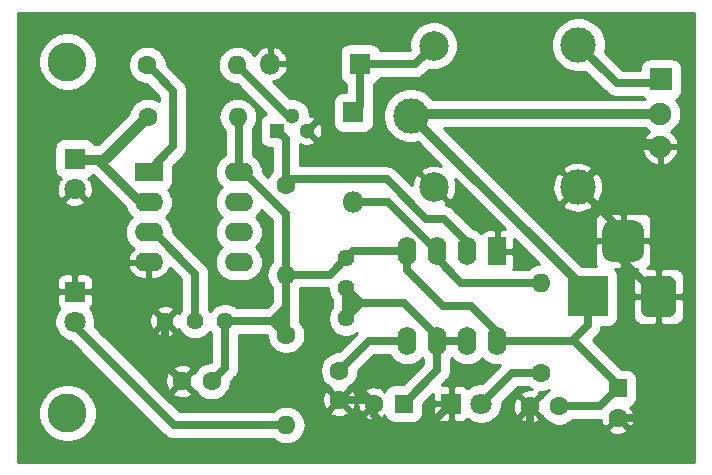
<source format=gbr>
G04 #@! TF.GenerationSoftware,KiCad,Pcbnew,(5.1.4)-1*
G04 #@! TF.CreationDate,2020-05-23T20:06:20+05:30*
G04 #@! TF.ProjectId,v1.0,76312e30-2e6b-4696-9361-645f70636258,rev?*
G04 #@! TF.SameCoordinates,Original*
G04 #@! TF.FileFunction,Copper,L2,Bot*
G04 #@! TF.FilePolarity,Positive*
%FSLAX46Y46*%
G04 Gerber Fmt 4.6, Leading zero omitted, Abs format (unit mm)*
G04 Created by KiCad (PCBNEW (5.1.4)-1) date 2020-05-23 20:06:20*
%MOMM*%
%LPD*%
G04 APERTURE LIST*
%ADD10O,1.900000X1.900000*%
%ADD11R,1.900000X1.900000*%
%ADD12R,1.300000X1.300000*%
%ADD13C,1.300000*%
%ADD14C,0.100000*%
%ADD15C,3.500000*%
%ADD16C,3.000000*%
%ADD17R,3.500000X3.500000*%
%ADD18C,1.800000*%
%ADD19R,1.800000X1.800000*%
%ADD20C,2.500000*%
%ADD21C,1.600000*%
%ADD22R,1.600000X1.600000*%
%ADD23O,1.800000X1.800000*%
%ADD24O,1.600000X1.600000*%
%ADD25C,1.440000*%
%ADD26O,2.400000X1.600000*%
%ADD27R,2.400000X1.600000*%
%ADD28R,1.600000X2.400000*%
%ADD29O,1.600000X2.400000*%
%ADD30C,3.300000*%
%ADD31C,0.700000*%
%ADD32C,0.800000*%
%ADD33C,0.254000*%
G04 APERTURE END LIST*
D10*
X139407300Y-126409400D03*
X139407300Y-123602700D03*
D11*
X139458100Y-120707100D03*
D12*
X106970000Y-125040000D03*
D13*
X109510000Y-125040000D03*
X108240000Y-123770000D03*
D14*
G36*
X137220765Y-132644213D02*
G01*
X137305704Y-132656813D01*
X137388999Y-132677677D01*
X137469848Y-132706605D01*
X137547472Y-132743319D01*
X137621124Y-132787464D01*
X137690094Y-132838616D01*
X137753718Y-132896282D01*
X137811384Y-132959906D01*
X137862536Y-133028876D01*
X137906681Y-133102528D01*
X137943395Y-133180152D01*
X137972323Y-133261001D01*
X137993187Y-133344296D01*
X138005787Y-133429235D01*
X138010000Y-133515000D01*
X138010000Y-135265000D01*
X138005787Y-135350765D01*
X137993187Y-135435704D01*
X137972323Y-135518999D01*
X137943395Y-135599848D01*
X137906681Y-135677472D01*
X137862536Y-135751124D01*
X137811384Y-135820094D01*
X137753718Y-135883718D01*
X137690094Y-135941384D01*
X137621124Y-135992536D01*
X137547472Y-136036681D01*
X137469848Y-136073395D01*
X137388999Y-136102323D01*
X137305704Y-136123187D01*
X137220765Y-136135787D01*
X137135000Y-136140000D01*
X135385000Y-136140000D01*
X135299235Y-136135787D01*
X135214296Y-136123187D01*
X135131001Y-136102323D01*
X135050152Y-136073395D01*
X134972528Y-136036681D01*
X134898876Y-135992536D01*
X134829906Y-135941384D01*
X134766282Y-135883718D01*
X134708616Y-135820094D01*
X134657464Y-135751124D01*
X134613319Y-135677472D01*
X134576605Y-135599848D01*
X134547677Y-135518999D01*
X134526813Y-135435704D01*
X134514213Y-135350765D01*
X134510000Y-135265000D01*
X134510000Y-133515000D01*
X134514213Y-133429235D01*
X134526813Y-133344296D01*
X134547677Y-133261001D01*
X134576605Y-133180152D01*
X134613319Y-133102528D01*
X134657464Y-133028876D01*
X134708616Y-132959906D01*
X134766282Y-132896282D01*
X134829906Y-132838616D01*
X134898876Y-132787464D01*
X134972528Y-132743319D01*
X135050152Y-132706605D01*
X135131001Y-132677677D01*
X135214296Y-132656813D01*
X135299235Y-132644213D01*
X135385000Y-132640000D01*
X137135000Y-132640000D01*
X137220765Y-132644213D01*
X137220765Y-132644213D01*
G37*
D15*
X136260000Y-134390000D03*
D14*
G36*
X140083513Y-137343611D02*
G01*
X140156318Y-137354411D01*
X140227714Y-137372295D01*
X140297013Y-137397090D01*
X140363548Y-137428559D01*
X140426678Y-137466398D01*
X140485795Y-137510242D01*
X140540330Y-137559670D01*
X140589758Y-137614205D01*
X140633602Y-137673322D01*
X140671441Y-137736452D01*
X140702910Y-137802987D01*
X140727705Y-137872286D01*
X140745589Y-137943682D01*
X140756389Y-138016487D01*
X140760000Y-138090000D01*
X140760000Y-140090000D01*
X140756389Y-140163513D01*
X140745589Y-140236318D01*
X140727705Y-140307714D01*
X140702910Y-140377013D01*
X140671441Y-140443548D01*
X140633602Y-140506678D01*
X140589758Y-140565795D01*
X140540330Y-140620330D01*
X140485795Y-140669758D01*
X140426678Y-140713602D01*
X140363548Y-140751441D01*
X140297013Y-140782910D01*
X140227714Y-140807705D01*
X140156318Y-140825589D01*
X140083513Y-140836389D01*
X140010000Y-140840000D01*
X138510000Y-140840000D01*
X138436487Y-140836389D01*
X138363682Y-140825589D01*
X138292286Y-140807705D01*
X138222987Y-140782910D01*
X138156452Y-140751441D01*
X138093322Y-140713602D01*
X138034205Y-140669758D01*
X137979670Y-140620330D01*
X137930242Y-140565795D01*
X137886398Y-140506678D01*
X137848559Y-140443548D01*
X137817090Y-140377013D01*
X137792295Y-140307714D01*
X137774411Y-140236318D01*
X137763611Y-140163513D01*
X137760000Y-140090000D01*
X137760000Y-138090000D01*
X137763611Y-138016487D01*
X137774411Y-137943682D01*
X137792295Y-137872286D01*
X137817090Y-137802987D01*
X137848559Y-137736452D01*
X137886398Y-137673322D01*
X137930242Y-137614205D01*
X137979670Y-137559670D01*
X138034205Y-137510242D01*
X138093322Y-137466398D01*
X138156452Y-137428559D01*
X138222987Y-137397090D01*
X138292286Y-137372295D01*
X138363682Y-137354411D01*
X138436487Y-137343611D01*
X138510000Y-137340000D01*
X140010000Y-137340000D01*
X140083513Y-137343611D01*
X140083513Y-137343611D01*
G37*
D16*
X139260000Y-139090000D03*
D17*
X133260000Y-139090000D03*
D18*
X89840000Y-129960000D03*
D19*
X89840000Y-127420000D03*
D18*
X89840000Y-141210000D03*
D19*
X89840000Y-138670000D03*
D16*
X118280000Y-123790000D03*
D20*
X120230000Y-117840000D03*
D16*
X132480000Y-117790000D03*
X132430000Y-129840000D03*
D20*
X120230000Y-129840000D03*
D21*
X135820000Y-149350000D03*
D22*
X135820000Y-146850000D03*
D21*
X130860000Y-148390000D03*
X128360000Y-148390000D03*
X112220000Y-145360000D03*
X112220000Y-147860000D03*
X98920000Y-146260000D03*
X101420000Y-146260000D03*
D22*
X117690000Y-148150000D03*
D21*
X115190000Y-148150000D03*
D19*
X121730000Y-148150000D03*
D18*
X124270000Y-148150000D03*
D19*
X113420000Y-123500000D03*
D23*
X113420000Y-131120000D03*
X106370000Y-119390000D03*
D19*
X113990000Y-119390000D03*
D21*
X107740000Y-142350000D03*
D24*
X107740000Y-149970000D03*
X103630000Y-123870000D03*
D21*
X96010000Y-123870000D03*
D24*
X103600000Y-119480000D03*
D21*
X95980000Y-119480000D03*
X107700000Y-129610000D03*
D24*
X107700000Y-137230000D03*
X129320000Y-137920000D03*
D21*
X129320000Y-145540000D03*
D25*
X97490000Y-141180000D03*
X100030000Y-141180000D03*
X102570000Y-141180000D03*
X112810000Y-135860000D03*
X112810000Y-138400000D03*
X112810000Y-140940000D03*
D26*
X103730000Y-128560000D03*
X96110000Y-136180000D03*
X103730000Y-131100000D03*
X96110000Y-133640000D03*
X103730000Y-133640000D03*
X96110000Y-131100000D03*
X103730000Y-136180000D03*
D27*
X96110000Y-128560000D03*
D28*
X125600000Y-135250000D03*
D29*
X117980000Y-142870000D03*
X123060000Y-135250000D03*
X120520000Y-142870000D03*
X120520000Y-135250000D03*
X123060000Y-142870000D03*
X117980000Y-135250000D03*
X125600000Y-142870000D03*
D30*
X89220000Y-119200000D03*
X89220000Y-148970000D03*
D31*
X97490000Y-144830000D02*
X98920000Y-146260000D01*
X97490000Y-141180000D02*
X97490000Y-144830000D01*
X114900000Y-147860000D02*
X115190000Y-148150000D01*
X112220000Y-147860000D02*
X114900000Y-147860000D01*
X121680000Y-148150000D02*
X121730000Y-148150000D01*
X119470000Y-150360000D02*
X121680000Y-148150000D01*
X116440000Y-150360000D02*
X119470000Y-150360000D01*
X115190000Y-148150000D02*
X115190000Y-149110000D01*
X115190000Y-149110000D02*
X116440000Y-150360000D01*
X136140000Y-126130000D02*
X139420000Y-126130000D01*
X132430000Y-129840000D02*
X136140000Y-126130000D01*
X136260000Y-133670000D02*
X132430000Y-129840000D01*
X136260000Y-134390000D02*
X136260000Y-133670000D01*
X136260000Y-136090000D02*
X139260000Y-139090000D01*
X136260000Y-134390000D02*
X136260000Y-136090000D01*
X135820000Y-149350000D02*
X137720000Y-149350000D01*
X128360000Y-149521370D02*
X128420000Y-149581370D01*
X128360000Y-148390000D02*
X128360000Y-149521370D01*
X128420000Y-149581370D02*
X128420000Y-150110000D01*
X102570000Y-145110000D02*
X101420000Y-146260000D01*
X102570000Y-141180000D02*
X102570000Y-145110000D01*
X104130000Y-128560000D02*
X103730000Y-128560000D01*
X107700000Y-132130000D02*
X104130000Y-128560000D01*
X107700000Y-137230000D02*
X107700000Y-132130000D01*
X103730000Y-123970000D02*
X103630000Y-123870000D01*
X103730000Y-128560000D02*
X103730000Y-123970000D01*
X111440000Y-137230000D02*
X112810000Y-135860000D01*
X107700000Y-137230000D02*
X111440000Y-137230000D01*
X107740000Y-137270000D02*
X107700000Y-137230000D01*
X106570000Y-141180000D02*
X107740000Y-142350000D01*
X102570000Y-141180000D02*
X106570000Y-141180000D01*
X107740000Y-140010000D02*
X106570000Y-141180000D01*
X107740000Y-139330000D02*
X107740000Y-140010000D01*
X107740000Y-139330000D02*
X107740000Y-137270000D01*
X106630000Y-141240000D02*
X106570000Y-141180000D01*
X107740000Y-142350000D02*
X107740000Y-141240000D01*
X107740000Y-140760000D02*
X107260000Y-141240000D01*
X107740000Y-140480000D02*
X107740000Y-140760000D01*
X107260000Y-141240000D02*
X106630000Y-141240000D01*
X107740000Y-141240000D02*
X107260000Y-141240000D01*
X107740000Y-141240000D02*
X107740000Y-140480000D01*
X107740000Y-140480000D02*
X107740000Y-139330000D01*
X134280000Y-148390000D02*
X135820000Y-146850000D01*
X130860000Y-148390000D02*
X134280000Y-148390000D01*
X131930000Y-142870000D02*
X130740000Y-142870000D01*
X133260000Y-141540000D02*
X131930000Y-142870000D01*
X133260000Y-139090000D02*
X133260000Y-141540000D01*
X125600000Y-142870000D02*
X130740000Y-142870000D01*
X135820000Y-146560000D02*
X135820000Y-146850000D01*
X130740000Y-142870000D02*
X132130000Y-142870000D01*
X132130000Y-142870000D02*
X135820000Y-146560000D01*
X113420000Y-135250000D02*
X112810000Y-135860000D01*
X117980000Y-135250000D02*
X113420000Y-135250000D01*
X118480000Y-123590000D02*
X118280000Y-123790000D01*
X139420000Y-123590000D02*
X118480000Y-123590000D01*
X125600000Y-142110000D02*
X125600000Y-142870000D01*
X123370000Y-139880000D02*
X125600000Y-142110000D01*
X121000000Y-139880000D02*
X123370000Y-139880000D01*
X117980000Y-135250000D02*
X117980000Y-136860000D01*
X117980000Y-136860000D02*
X121000000Y-139880000D01*
D32*
X118467300Y-123602700D02*
X118280000Y-123790000D01*
X139407300Y-123602700D02*
X118467300Y-123602700D01*
X118340000Y-123790000D02*
X118280000Y-123790000D01*
X133260000Y-139090000D02*
X133260000Y-138710000D01*
X133260000Y-138710000D02*
X118340000Y-123790000D01*
D31*
X114710000Y-142870000D02*
X112220000Y-145360000D01*
X117980000Y-142870000D02*
X114710000Y-142870000D01*
X123060000Y-142870000D02*
X120520000Y-142870000D01*
X120520000Y-142470000D02*
X120520000Y-142870000D01*
X117700000Y-139650000D02*
X120520000Y-142470000D01*
X112810000Y-140940000D02*
X114100000Y-139650000D01*
X114100000Y-139650000D02*
X117700000Y-139650000D01*
X114070000Y-139680000D02*
X114100000Y-139650000D01*
X114050000Y-139680000D02*
X114070000Y-139680000D01*
X112810000Y-138400000D02*
X114050000Y-139640000D01*
X114050000Y-139640000D02*
X114050000Y-139680000D01*
X113080000Y-139680000D02*
X112810000Y-139410000D01*
X114070000Y-139680000D02*
X113080000Y-139680000D01*
X112810000Y-138400000D02*
X112810000Y-139410000D01*
X112810000Y-139410000D02*
X112810000Y-140940000D01*
X120520000Y-145320000D02*
X117690000Y-148150000D01*
X120520000Y-142870000D02*
X120520000Y-145320000D01*
X126880000Y-145540000D02*
X129320000Y-145540000D01*
X124270000Y-148150000D02*
X126880000Y-145540000D01*
X113990000Y-122930000D02*
X113420000Y-123500000D01*
X113990000Y-119390000D02*
X113990000Y-122930000D01*
X118680000Y-119390000D02*
X120230000Y-117840000D01*
X113990000Y-119390000D02*
X118680000Y-119390000D01*
X128188630Y-137920000D02*
X129320000Y-137920000D01*
X122570000Y-137920000D02*
X128188630Y-137920000D01*
X120520000Y-135250000D02*
X120520000Y-135870000D01*
X120520000Y-135870000D02*
X122570000Y-137920000D01*
X116390000Y-131120000D02*
X120520000Y-135250000D01*
X113420000Y-131120000D02*
X116390000Y-131120000D01*
X107890000Y-123770000D02*
X103600000Y-119480000D01*
X108240000Y-123770000D02*
X107890000Y-123770000D01*
X107700000Y-125770000D02*
X106970000Y-125040000D01*
X107700000Y-129610000D02*
X107700000Y-125770000D01*
X123060000Y-134480000D02*
X123060000Y-135250000D01*
X121100000Y-132520000D02*
X123060000Y-134480000D01*
X119590000Y-132520000D02*
X121100000Y-132520000D01*
X116240000Y-129170000D02*
X119590000Y-132520000D01*
X107700000Y-129610000D02*
X108140000Y-129170000D01*
X108140000Y-129170000D02*
X116240000Y-129170000D01*
X96779999Y-120279999D02*
X95980000Y-119480000D01*
X98180000Y-121680000D02*
X96779999Y-120279999D01*
X98180000Y-126380000D02*
X98180000Y-121680000D01*
X96110000Y-128560000D02*
X96110000Y-128450000D01*
X96110000Y-128450000D02*
X98180000Y-126380000D01*
X96510000Y-133640000D02*
X96110000Y-133640000D01*
X100030000Y-137160000D02*
X96510000Y-133640000D01*
X100030000Y-141180000D02*
X100030000Y-137160000D01*
X98220000Y-149990000D02*
X107770000Y-149990000D01*
X89840000Y-141210000D02*
X89840000Y-141610000D01*
X89840000Y-141610000D02*
X98220000Y-149990000D01*
X91930000Y-127610000D02*
X89910000Y-127610000D01*
X96110000Y-131100000D02*
X95420000Y-131100000D01*
X95420000Y-131100000D02*
X91930000Y-127610000D01*
X92050000Y-127610000D02*
X89910000Y-127610000D01*
X96010000Y-123870000D02*
X95790000Y-123870000D01*
X95790000Y-123870000D02*
X92050000Y-127610000D01*
D32*
X92460000Y-127420000D02*
X96010000Y-123870000D01*
X89840000Y-127420000D02*
X90600000Y-127420000D01*
X90600000Y-127420000D02*
X92460000Y-127420000D01*
X91710000Y-127420000D02*
X90600000Y-127420000D01*
X96110000Y-131100000D02*
X95390000Y-131100000D01*
X95390000Y-131100000D02*
X91710000Y-127420000D01*
D31*
X135740000Y-121050000D02*
X132480000Y-117790000D01*
X139420000Y-121050000D02*
X135740000Y-121050000D01*
D33*
G36*
X142278001Y-153118000D02*
G01*
X85072000Y-153118000D01*
X85072000Y-148726037D01*
X86743000Y-148726037D01*
X86743000Y-149213963D01*
X86838190Y-149692514D01*
X87024911Y-150143299D01*
X87295989Y-150548995D01*
X87641005Y-150894011D01*
X88046701Y-151165089D01*
X88497486Y-151351810D01*
X88976037Y-151447000D01*
X89463963Y-151447000D01*
X89942514Y-151351810D01*
X90393299Y-151165089D01*
X90798995Y-150894011D01*
X91144011Y-150548995D01*
X91415089Y-150143299D01*
X91601810Y-149692514D01*
X91697000Y-149213963D01*
X91697000Y-148726037D01*
X91601810Y-148247486D01*
X91415089Y-147796701D01*
X91144011Y-147391005D01*
X90798995Y-147045989D01*
X90393299Y-146774911D01*
X89942514Y-146588190D01*
X89463963Y-146493000D01*
X88976037Y-146493000D01*
X88497486Y-146588190D01*
X88046701Y-146774911D01*
X87641005Y-147045989D01*
X87295989Y-147391005D01*
X87024911Y-147796701D01*
X86838190Y-148247486D01*
X86743000Y-148726037D01*
X85072000Y-148726037D01*
X85072000Y-141039905D01*
X88113000Y-141039905D01*
X88113000Y-141380095D01*
X88179368Y-141713747D01*
X88309553Y-142028041D01*
X88498552Y-142310898D01*
X88739102Y-142551448D01*
X89021959Y-142740447D01*
X89336253Y-142870632D01*
X89460897Y-142895425D01*
X97346858Y-150781388D01*
X97383709Y-150826291D01*
X97562930Y-150973374D01*
X97767403Y-151082667D01*
X97989268Y-151149969D01*
X98220000Y-151172694D01*
X98277812Y-151167000D01*
X106633894Y-151167000D01*
X106831714Y-151329346D01*
X107114362Y-151480425D01*
X107421052Y-151573458D01*
X107660075Y-151597000D01*
X107819925Y-151597000D01*
X108058948Y-151573458D01*
X108365638Y-151480425D01*
X108648286Y-151329346D01*
X108896029Y-151126029D01*
X109099346Y-150878286D01*
X109250425Y-150595638D01*
X109327151Y-150342702D01*
X135006903Y-150342702D01*
X135078486Y-150586671D01*
X135333996Y-150707571D01*
X135608184Y-150776300D01*
X135890512Y-150790217D01*
X136170130Y-150748787D01*
X136436292Y-150653603D01*
X136561514Y-150586671D01*
X136633097Y-150342702D01*
X135820000Y-149529605D01*
X135006903Y-150342702D01*
X109327151Y-150342702D01*
X109343458Y-150288948D01*
X109374872Y-149970000D01*
X109343458Y-149651052D01*
X109250425Y-149344362D01*
X109099346Y-149061714D01*
X108927815Y-148852702D01*
X111406903Y-148852702D01*
X111478486Y-149096671D01*
X111733996Y-149217571D01*
X112008184Y-149286300D01*
X112290512Y-149300217D01*
X112570130Y-149258787D01*
X112836292Y-149163603D01*
X112961514Y-149096671D01*
X113033097Y-148852702D01*
X112220000Y-148039605D01*
X111406903Y-148852702D01*
X108927815Y-148852702D01*
X108896029Y-148813971D01*
X108648286Y-148610654D01*
X108365638Y-148459575D01*
X108058948Y-148366542D01*
X107819925Y-148343000D01*
X107660075Y-148343000D01*
X107421052Y-148366542D01*
X107114362Y-148459575D01*
X106831714Y-148610654D01*
X106585154Y-148813000D01*
X98707530Y-148813000D01*
X97825042Y-147930512D01*
X110779783Y-147930512D01*
X110821213Y-148210130D01*
X110916397Y-148476292D01*
X110983329Y-148601514D01*
X111227298Y-148673097D01*
X112040395Y-147860000D01*
X112399605Y-147860000D01*
X113212702Y-148673097D01*
X113456671Y-148601514D01*
X113577571Y-148346004D01*
X113609027Y-148220512D01*
X113749783Y-148220512D01*
X113791213Y-148500130D01*
X113886397Y-148766292D01*
X113953329Y-148891514D01*
X114197298Y-148963097D01*
X115010395Y-148150000D01*
X114197298Y-147336903D01*
X113953329Y-147408486D01*
X113832429Y-147663996D01*
X113763700Y-147938184D01*
X113749783Y-148220512D01*
X113609027Y-148220512D01*
X113646300Y-148071816D01*
X113660217Y-147789488D01*
X113618787Y-147509870D01*
X113523603Y-147243708D01*
X113456671Y-147118486D01*
X113212702Y-147046903D01*
X112399605Y-147860000D01*
X112040395Y-147860000D01*
X111227298Y-147046903D01*
X110983329Y-147118486D01*
X110862429Y-147373996D01*
X110793700Y-147648184D01*
X110779783Y-147930512D01*
X97825042Y-147930512D01*
X97147232Y-147252702D01*
X98106903Y-147252702D01*
X98178486Y-147496671D01*
X98433996Y-147617571D01*
X98708184Y-147686300D01*
X98990512Y-147700217D01*
X99270130Y-147658787D01*
X99536292Y-147563603D01*
X99661514Y-147496671D01*
X99733097Y-147252702D01*
X98920000Y-146439605D01*
X98106903Y-147252702D01*
X97147232Y-147252702D01*
X96225042Y-146330512D01*
X97479783Y-146330512D01*
X97521213Y-146610130D01*
X97616397Y-146876292D01*
X97683329Y-147001514D01*
X97927298Y-147073097D01*
X98740395Y-146260000D01*
X97927298Y-145446903D01*
X97683329Y-145518486D01*
X97562429Y-145773996D01*
X97493700Y-146048184D01*
X97479783Y-146330512D01*
X96225042Y-146330512D01*
X95161828Y-145267298D01*
X98106903Y-145267298D01*
X98920000Y-146080395D01*
X99733097Y-145267298D01*
X99661514Y-145023329D01*
X99406004Y-144902429D01*
X99131816Y-144833700D01*
X98849488Y-144819783D01*
X98569870Y-144861213D01*
X98303708Y-144956397D01*
X98178486Y-145023329D01*
X98106903Y-145267298D01*
X95161828Y-145267298D01*
X92010089Y-142115560D01*
X96734045Y-142115560D01*
X96795932Y-142351368D01*
X97037790Y-142464266D01*
X97297027Y-142527811D01*
X97563680Y-142539561D01*
X97827501Y-142499063D01*
X98078353Y-142407875D01*
X98184068Y-142351368D01*
X98245955Y-142115560D01*
X97490000Y-141359605D01*
X96734045Y-142115560D01*
X92010089Y-142115560D01*
X91518491Y-141623963D01*
X91567000Y-141380095D01*
X91567000Y-141253680D01*
X96130439Y-141253680D01*
X96170937Y-141517501D01*
X96262125Y-141768353D01*
X96318632Y-141874068D01*
X96554440Y-141935955D01*
X97310395Y-141180000D01*
X96554440Y-140424045D01*
X96318632Y-140485932D01*
X96205734Y-140727790D01*
X96142189Y-140987027D01*
X96130439Y-141253680D01*
X91567000Y-141253680D01*
X91567000Y-141039905D01*
X91500632Y-140706253D01*
X91370447Y-140391959D01*
X91271878Y-140244440D01*
X96734045Y-140244440D01*
X97490000Y-141000395D01*
X98245955Y-140244440D01*
X98184068Y-140008632D01*
X97942210Y-139895734D01*
X97682973Y-139832189D01*
X97416320Y-139820439D01*
X97152499Y-139860937D01*
X96901647Y-139952125D01*
X96795932Y-140008632D01*
X96734045Y-140244440D01*
X91271878Y-140244440D01*
X91181448Y-140109102D01*
X91137549Y-140065203D01*
X91191185Y-140021185D01*
X91270537Y-139924494D01*
X91329502Y-139814180D01*
X91365812Y-139694482D01*
X91378072Y-139570000D01*
X91375000Y-138955750D01*
X91216250Y-138797000D01*
X89967000Y-138797000D01*
X89967000Y-138817000D01*
X89713000Y-138817000D01*
X89713000Y-138797000D01*
X88463750Y-138797000D01*
X88305000Y-138955750D01*
X88301928Y-139570000D01*
X88314188Y-139694482D01*
X88350498Y-139814180D01*
X88409463Y-139924494D01*
X88488815Y-140021185D01*
X88542451Y-140065203D01*
X88498552Y-140109102D01*
X88309553Y-140391959D01*
X88179368Y-140706253D01*
X88113000Y-141039905D01*
X85072000Y-141039905D01*
X85072000Y-137770000D01*
X88301928Y-137770000D01*
X88305000Y-138384250D01*
X88463750Y-138543000D01*
X89713000Y-138543000D01*
X89713000Y-137293750D01*
X89967000Y-137293750D01*
X89967000Y-138543000D01*
X91216250Y-138543000D01*
X91375000Y-138384250D01*
X91378072Y-137770000D01*
X91365812Y-137645518D01*
X91329502Y-137525820D01*
X91270537Y-137415506D01*
X91191185Y-137318815D01*
X91094494Y-137239463D01*
X90984180Y-137180498D01*
X90864482Y-137144188D01*
X90740000Y-137131928D01*
X90125750Y-137135000D01*
X89967000Y-137293750D01*
X89713000Y-137293750D01*
X89554250Y-137135000D01*
X88940000Y-137131928D01*
X88815518Y-137144188D01*
X88695820Y-137180498D01*
X88585506Y-137239463D01*
X88488815Y-137318815D01*
X88409463Y-137415506D01*
X88350498Y-137525820D01*
X88314188Y-137645518D01*
X88301928Y-137770000D01*
X85072000Y-137770000D01*
X85072000Y-136529039D01*
X94318096Y-136529039D01*
X94335633Y-136611818D01*
X94446285Y-136871646D01*
X94605500Y-137104895D01*
X94807161Y-137302601D01*
X95043517Y-137457166D01*
X95305486Y-137562650D01*
X95583000Y-137615000D01*
X95983000Y-137615000D01*
X95983000Y-136307000D01*
X94440085Y-136307000D01*
X94318096Y-136529039D01*
X85072000Y-136529039D01*
X85072000Y-131024080D01*
X88955525Y-131024080D01*
X89039208Y-131278261D01*
X89311775Y-131409158D01*
X89604642Y-131484365D01*
X89906553Y-131500991D01*
X90205907Y-131458397D01*
X90491199Y-131358222D01*
X90640792Y-131278261D01*
X90724475Y-131024080D01*
X89840000Y-130139605D01*
X88955525Y-131024080D01*
X85072000Y-131024080D01*
X85072000Y-126520000D01*
X88108999Y-126520000D01*
X88108999Y-128320000D01*
X88124966Y-128482120D01*
X88172255Y-128638010D01*
X88249048Y-128781679D01*
X88352394Y-128907606D01*
X88478321Y-129010952D01*
X88621990Y-129087745D01*
X88682786Y-129106187D01*
X88521739Y-129159208D01*
X88390842Y-129431775D01*
X88315635Y-129724642D01*
X88299009Y-130026553D01*
X88341603Y-130325907D01*
X88441778Y-130611199D01*
X88521739Y-130760792D01*
X88775920Y-130844475D01*
X89660395Y-129960000D01*
X89646253Y-129945858D01*
X89825858Y-129766253D01*
X89840000Y-129780395D01*
X89854143Y-129766253D01*
X90033748Y-129945858D01*
X90019605Y-129960000D01*
X90904080Y-130844475D01*
X91158261Y-130760792D01*
X91289158Y-130488225D01*
X91364365Y-130195358D01*
X91380991Y-129893447D01*
X91338397Y-129594093D01*
X91238222Y-129308801D01*
X91158261Y-129159208D01*
X90997214Y-129106187D01*
X91058010Y-129087745D01*
X91201679Y-129010952D01*
X91327606Y-128907606D01*
X91388350Y-128833589D01*
X94164382Y-131609622D01*
X94199575Y-131725638D01*
X94350654Y-132008286D01*
X94553971Y-132256029D01*
X94692845Y-132370000D01*
X94553971Y-132483971D01*
X94350654Y-132731714D01*
X94199575Y-133014362D01*
X94106542Y-133321052D01*
X94075128Y-133640000D01*
X94106542Y-133958948D01*
X94199575Y-134265638D01*
X94350654Y-134548286D01*
X94553971Y-134796029D01*
X94801714Y-134999346D01*
X94853558Y-135027057D01*
X94807161Y-135057399D01*
X94605500Y-135255105D01*
X94446285Y-135488354D01*
X94335633Y-135748182D01*
X94318096Y-135830961D01*
X94440085Y-136053000D01*
X95983000Y-136053000D01*
X95983000Y-136033000D01*
X96237000Y-136033000D01*
X96237000Y-136053000D01*
X96257000Y-136053000D01*
X96257000Y-136307000D01*
X96237000Y-136307000D01*
X96237000Y-137615000D01*
X96637000Y-137615000D01*
X96914514Y-137562650D01*
X97176483Y-137457166D01*
X97412839Y-137302601D01*
X97614500Y-137104895D01*
X97773715Y-136871646D01*
X97864333Y-136658862D01*
X98853001Y-137647531D01*
X98853000Y-140169212D01*
X98828367Y-140193845D01*
X98659067Y-140447221D01*
X98644830Y-140481592D01*
X98425560Y-140424045D01*
X97669605Y-141180000D01*
X98425560Y-141935955D01*
X98644830Y-141878408D01*
X98659067Y-141912779D01*
X98828367Y-142166155D01*
X99043845Y-142381633D01*
X99297221Y-142550933D01*
X99578757Y-142667549D01*
X99877634Y-142727000D01*
X100182366Y-142727000D01*
X100481243Y-142667549D01*
X100762779Y-142550933D01*
X101016155Y-142381633D01*
X101231633Y-142166155D01*
X101300000Y-142063836D01*
X101368367Y-142166155D01*
X101393000Y-142190788D01*
X101393001Y-144622470D01*
X101382471Y-144633000D01*
X101259755Y-144633000D01*
X100945422Y-144695525D01*
X100649327Y-144818172D01*
X100382848Y-144996227D01*
X100156227Y-145222848D01*
X99991141Y-145469918D01*
X99912702Y-145446903D01*
X99099605Y-146260000D01*
X99912702Y-147073097D01*
X99991141Y-147050082D01*
X100156227Y-147297152D01*
X100382848Y-147523773D01*
X100649327Y-147701828D01*
X100945422Y-147824475D01*
X101259755Y-147887000D01*
X101580245Y-147887000D01*
X101894578Y-147824475D01*
X102190673Y-147701828D01*
X102457152Y-147523773D01*
X102683773Y-147297152D01*
X102861828Y-147030673D01*
X102984475Y-146734578D01*
X103047000Y-146420245D01*
X103047000Y-146297529D01*
X103361387Y-145983142D01*
X103406291Y-145946291D01*
X103471671Y-145866626D01*
X103553374Y-145767070D01*
X103662666Y-145562598D01*
X103662667Y-145562597D01*
X103729969Y-145340732D01*
X103740386Y-145234966D01*
X103752694Y-145110000D01*
X103747000Y-145052188D01*
X103747000Y-142357000D01*
X106082471Y-142357000D01*
X106113000Y-142387529D01*
X106113000Y-142510245D01*
X106175525Y-142824578D01*
X106298172Y-143120673D01*
X106476227Y-143387152D01*
X106702848Y-143613773D01*
X106969327Y-143791828D01*
X107265422Y-143914475D01*
X107579755Y-143977000D01*
X107900245Y-143977000D01*
X108214578Y-143914475D01*
X108510673Y-143791828D01*
X108777152Y-143613773D01*
X109003773Y-143387152D01*
X109181828Y-143120673D01*
X109304475Y-142824578D01*
X109367000Y-142510245D01*
X109367000Y-142189755D01*
X109304475Y-141875422D01*
X109181828Y-141579327D01*
X109003773Y-141312848D01*
X108921795Y-141230870D01*
X108917000Y-141182188D01*
X108917000Y-140817811D01*
X108922694Y-140760000D01*
X108917000Y-140702188D01*
X108917000Y-140067811D01*
X108922694Y-140010000D01*
X108917000Y-139952188D01*
X108917000Y-138407000D01*
X111263000Y-138407000D01*
X111263000Y-138552366D01*
X111322451Y-138851243D01*
X111439067Y-139132779D01*
X111608367Y-139386155D01*
X111627746Y-139405534D01*
X111627306Y-139410000D01*
X111633000Y-139467812D01*
X111633000Y-139929212D01*
X111608367Y-139953845D01*
X111439067Y-140207221D01*
X111322451Y-140488757D01*
X111263000Y-140787634D01*
X111263000Y-141092366D01*
X111322451Y-141391243D01*
X111439067Y-141672779D01*
X111608367Y-141926155D01*
X111823845Y-142141633D01*
X112077221Y-142310933D01*
X112358757Y-142427549D01*
X112657634Y-142487000D01*
X112962366Y-142487000D01*
X113261243Y-142427549D01*
X113542779Y-142310933D01*
X113728897Y-142186573D01*
X112182471Y-143733000D01*
X112059755Y-143733000D01*
X111745422Y-143795525D01*
X111449327Y-143918172D01*
X111182848Y-144096227D01*
X110956227Y-144322848D01*
X110778172Y-144589327D01*
X110655525Y-144885422D01*
X110593000Y-145199755D01*
X110593000Y-145520245D01*
X110655525Y-145834578D01*
X110778172Y-146130673D01*
X110956227Y-146397152D01*
X111182848Y-146623773D01*
X111429918Y-146788859D01*
X111406903Y-146867298D01*
X112220000Y-147680395D01*
X113033097Y-146867298D01*
X113010082Y-146788859D01*
X113257152Y-146623773D01*
X113483773Y-146397152D01*
X113661828Y-146130673D01*
X113784475Y-145834578D01*
X113847000Y-145520245D01*
X113847000Y-145397529D01*
X115197530Y-144047000D01*
X116550480Y-144047000D01*
X116620654Y-144178285D01*
X116823971Y-144426029D01*
X117071714Y-144629346D01*
X117354362Y-144780425D01*
X117661052Y-144873458D01*
X117980000Y-144904872D01*
X118298947Y-144873458D01*
X118605637Y-144780425D01*
X118888285Y-144629346D01*
X119136029Y-144426029D01*
X119250000Y-144287154D01*
X119343001Y-144400476D01*
X119343001Y-144832470D01*
X117656473Y-146518999D01*
X116890000Y-146518999D01*
X116727880Y-146534966D01*
X116571990Y-146582255D01*
X116428321Y-146659048D01*
X116302394Y-146762394D01*
X116199048Y-146888321D01*
X116122255Y-147031990D01*
X116119481Y-147041134D01*
X116119370Y-147041023D01*
X116003097Y-147157296D01*
X115931514Y-146913329D01*
X115676004Y-146792429D01*
X115401816Y-146723700D01*
X115119488Y-146709783D01*
X114839870Y-146751213D01*
X114573708Y-146846397D01*
X114448486Y-146913329D01*
X114376903Y-147157298D01*
X115190000Y-147970395D01*
X115204143Y-147956253D01*
X115383748Y-148135858D01*
X115369605Y-148150000D01*
X115383748Y-148164143D01*
X115204143Y-148343748D01*
X115190000Y-148329605D01*
X114376903Y-149142702D01*
X114448486Y-149386671D01*
X114703996Y-149507571D01*
X114978184Y-149576300D01*
X115260512Y-149590217D01*
X115540130Y-149548787D01*
X115806292Y-149453603D01*
X115931514Y-149386671D01*
X116003097Y-149142704D01*
X116119370Y-149258977D01*
X116119481Y-149258866D01*
X116122255Y-149268010D01*
X116199048Y-149411679D01*
X116302394Y-149537606D01*
X116428321Y-149640952D01*
X116571990Y-149717745D01*
X116727880Y-149765034D01*
X116890000Y-149781001D01*
X118490000Y-149781001D01*
X118652120Y-149765034D01*
X118808010Y-149717745D01*
X118951679Y-149640952D01*
X119077606Y-149537606D01*
X119180952Y-149411679D01*
X119257745Y-149268010D01*
X119305034Y-149112120D01*
X119311152Y-149050000D01*
X120191928Y-149050000D01*
X120204188Y-149174482D01*
X120240498Y-149294180D01*
X120299463Y-149404494D01*
X120378815Y-149501185D01*
X120475506Y-149580537D01*
X120585820Y-149639502D01*
X120705518Y-149675812D01*
X120830000Y-149688072D01*
X121444250Y-149685000D01*
X121603000Y-149526250D01*
X121603000Y-148277000D01*
X120353750Y-148277000D01*
X120195000Y-148435750D01*
X120191928Y-149050000D01*
X119311152Y-149050000D01*
X119321001Y-148950000D01*
X119321001Y-148183527D01*
X120192240Y-147312289D01*
X120195000Y-147864250D01*
X120353750Y-148023000D01*
X121603000Y-148023000D01*
X121603000Y-146773750D01*
X121444250Y-146615000D01*
X120892289Y-146612240D01*
X121311382Y-146193147D01*
X121356291Y-146156291D01*
X121503374Y-145977070D01*
X121612667Y-145772597D01*
X121679969Y-145550732D01*
X121697000Y-145377812D01*
X121697000Y-145377803D01*
X121702693Y-145320001D01*
X121697000Y-145262199D01*
X121697000Y-144400476D01*
X121790000Y-144287154D01*
X121903971Y-144426029D01*
X122151714Y-144629346D01*
X122434362Y-144780425D01*
X122741052Y-144873458D01*
X123060000Y-144904872D01*
X123378947Y-144873458D01*
X123685637Y-144780425D01*
X123968285Y-144629346D01*
X124216029Y-144426029D01*
X124330000Y-144287154D01*
X124443971Y-144426029D01*
X124691714Y-144629346D01*
X124974362Y-144780425D01*
X125281052Y-144873458D01*
X125600000Y-144904872D01*
X125877978Y-144877493D01*
X124332472Y-146423000D01*
X124099905Y-146423000D01*
X123766253Y-146489368D01*
X123451959Y-146619553D01*
X123169102Y-146808552D01*
X123125203Y-146852451D01*
X123081185Y-146798815D01*
X122984494Y-146719463D01*
X122874180Y-146660498D01*
X122754482Y-146624188D01*
X122630000Y-146611928D01*
X122015750Y-146615000D01*
X121857000Y-146773750D01*
X121857000Y-148023000D01*
X121877000Y-148023000D01*
X121877000Y-148277000D01*
X121857000Y-148277000D01*
X121857000Y-149526250D01*
X122015750Y-149685000D01*
X122630000Y-149688072D01*
X122754482Y-149675812D01*
X122874180Y-149639502D01*
X122984494Y-149580537D01*
X123081185Y-149501185D01*
X123125203Y-149447549D01*
X123169102Y-149491448D01*
X123451959Y-149680447D01*
X123766253Y-149810632D01*
X124099905Y-149877000D01*
X124440095Y-149877000D01*
X124773747Y-149810632D01*
X125088041Y-149680447D01*
X125370898Y-149491448D01*
X125479644Y-149382702D01*
X127546903Y-149382702D01*
X127618486Y-149626671D01*
X127873996Y-149747571D01*
X128148184Y-149816300D01*
X128430512Y-149830217D01*
X128710130Y-149788787D01*
X128976292Y-149693603D01*
X129101514Y-149626671D01*
X129173097Y-149382702D01*
X128360000Y-148569605D01*
X127546903Y-149382702D01*
X125479644Y-149382702D01*
X125611448Y-149250898D01*
X125800447Y-148968041D01*
X125930632Y-148653747D01*
X125969069Y-148460512D01*
X126919783Y-148460512D01*
X126961213Y-148740130D01*
X127056397Y-149006292D01*
X127123329Y-149131514D01*
X127367298Y-149203097D01*
X128180395Y-148390000D01*
X127367298Y-147576903D01*
X127123329Y-147648486D01*
X127002429Y-147903996D01*
X126933700Y-148178184D01*
X126919783Y-148460512D01*
X125969069Y-148460512D01*
X125997000Y-148320095D01*
X125997000Y-148087528D01*
X127367529Y-146717000D01*
X128196075Y-146717000D01*
X128282848Y-146803773D01*
X128518244Y-146961059D01*
X128289488Y-146949783D01*
X128009870Y-146991213D01*
X127743708Y-147086397D01*
X127618486Y-147153329D01*
X127546903Y-147397298D01*
X128360000Y-148210395D01*
X129173097Y-147397298D01*
X129102164Y-147155544D01*
X129159755Y-147167000D01*
X129480245Y-147167000D01*
X129794578Y-147104475D01*
X129954608Y-147038188D01*
X129822848Y-147126227D01*
X129596227Y-147352848D01*
X129431141Y-147599918D01*
X129352702Y-147576903D01*
X128539605Y-148390000D01*
X129352702Y-149203097D01*
X129431141Y-149180082D01*
X129596227Y-149427152D01*
X129822848Y-149653773D01*
X130089327Y-149831828D01*
X130385422Y-149954475D01*
X130699755Y-150017000D01*
X131020245Y-150017000D01*
X131334578Y-149954475D01*
X131630673Y-149831828D01*
X131897152Y-149653773D01*
X131983925Y-149567000D01*
X134222188Y-149567000D01*
X134280000Y-149572694D01*
X134337812Y-149567000D01*
X134400572Y-149560819D01*
X134421213Y-149700130D01*
X134516397Y-149966292D01*
X134583329Y-150091514D01*
X134827298Y-150163097D01*
X135640395Y-149350000D01*
X135626253Y-149335858D01*
X135805858Y-149156253D01*
X135820000Y-149170395D01*
X135834143Y-149156253D01*
X136013748Y-149335858D01*
X135999605Y-149350000D01*
X136812702Y-150163097D01*
X137056671Y-150091514D01*
X137177571Y-149836004D01*
X137246300Y-149561816D01*
X137260217Y-149279488D01*
X137218787Y-148999870D01*
X137123603Y-148733708D01*
X137056671Y-148608486D01*
X136812704Y-148536903D01*
X136928977Y-148420630D01*
X136928866Y-148420519D01*
X136938010Y-148417745D01*
X137081679Y-148340952D01*
X137207606Y-148237606D01*
X137310952Y-148111679D01*
X137387745Y-147968010D01*
X137435034Y-147812120D01*
X137451001Y-147650000D01*
X137451001Y-146050000D01*
X137435034Y-145887880D01*
X137387745Y-145731990D01*
X137310952Y-145588321D01*
X137207606Y-145462394D01*
X137081679Y-145359048D01*
X136938010Y-145282255D01*
X136782120Y-145234966D01*
X136620000Y-145218999D01*
X136143528Y-145218999D01*
X133694528Y-142770000D01*
X134051382Y-142413147D01*
X134096291Y-142376291D01*
X134243374Y-142197070D01*
X134352667Y-141992597D01*
X134419969Y-141770732D01*
X134422664Y-141743374D01*
X134429792Y-141671001D01*
X135010000Y-141671001D01*
X135172120Y-141655034D01*
X135328010Y-141607745D01*
X135471679Y-141530952D01*
X135597606Y-141427606D01*
X135700952Y-141301679D01*
X135777745Y-141158010D01*
X135825034Y-141002120D01*
X135841001Y-140840000D01*
X137121928Y-140840000D01*
X137134188Y-140964482D01*
X137170498Y-141084180D01*
X137229463Y-141194494D01*
X137308815Y-141291185D01*
X137405506Y-141370537D01*
X137515820Y-141429502D01*
X137635518Y-141465812D01*
X137760000Y-141478072D01*
X138974250Y-141475000D01*
X139133000Y-141316250D01*
X139133000Y-139217000D01*
X139387000Y-139217000D01*
X139387000Y-141316250D01*
X139545750Y-141475000D01*
X140760000Y-141478072D01*
X140884482Y-141465812D01*
X141004180Y-141429502D01*
X141114494Y-141370537D01*
X141211185Y-141291185D01*
X141290537Y-141194494D01*
X141349502Y-141084180D01*
X141385812Y-140964482D01*
X141398072Y-140840000D01*
X141395000Y-139375750D01*
X141236250Y-139217000D01*
X139387000Y-139217000D01*
X139133000Y-139217000D01*
X137283750Y-139217000D01*
X137125000Y-139375750D01*
X137121928Y-140840000D01*
X135841001Y-140840000D01*
X135841001Y-137340000D01*
X135825034Y-137177880D01*
X135777745Y-137021990D01*
X135700952Y-136878321D01*
X135616774Y-136775750D01*
X135974250Y-136775000D01*
X136133000Y-136616250D01*
X136133000Y-134517000D01*
X136387000Y-134517000D01*
X136387000Y-136616250D01*
X136545750Y-136775000D01*
X137466367Y-136776931D01*
X137405506Y-136809463D01*
X137308815Y-136888815D01*
X137229463Y-136985506D01*
X137170498Y-137095820D01*
X137134188Y-137215518D01*
X137121928Y-137340000D01*
X137125000Y-138804250D01*
X137283750Y-138963000D01*
X139133000Y-138963000D01*
X139133000Y-136863750D01*
X139387000Y-136863750D01*
X139387000Y-138963000D01*
X141236250Y-138963000D01*
X141395000Y-138804250D01*
X141398072Y-137340000D01*
X141385812Y-137215518D01*
X141349502Y-137095820D01*
X141290537Y-136985506D01*
X141211185Y-136888815D01*
X141114494Y-136809463D01*
X141004180Y-136750498D01*
X140884482Y-136714188D01*
X140760000Y-136701928D01*
X139545750Y-136705000D01*
X139387000Y-136863750D01*
X139133000Y-136863750D01*
X138974250Y-136705000D01*
X138303195Y-136703302D01*
X138364494Y-136670537D01*
X138461185Y-136591185D01*
X138540537Y-136494494D01*
X138599502Y-136384180D01*
X138635812Y-136264482D01*
X138648072Y-136140000D01*
X138645000Y-134675750D01*
X138486250Y-134517000D01*
X136387000Y-134517000D01*
X136133000Y-134517000D01*
X134033750Y-134517000D01*
X133875000Y-134675750D01*
X133871928Y-136140000D01*
X133884188Y-136264482D01*
X133920498Y-136384180D01*
X133979463Y-136494494D01*
X133991367Y-136508999D01*
X132794239Y-136508999D01*
X128925240Y-132640000D01*
X133871928Y-132640000D01*
X133875000Y-134104250D01*
X134033750Y-134263000D01*
X136133000Y-134263000D01*
X136133000Y-132163750D01*
X136387000Y-132163750D01*
X136387000Y-134263000D01*
X138486250Y-134263000D01*
X138645000Y-134104250D01*
X138648072Y-132640000D01*
X138635812Y-132515518D01*
X138599502Y-132395820D01*
X138540537Y-132285506D01*
X138461185Y-132188815D01*
X138364494Y-132109463D01*
X138254180Y-132050498D01*
X138134482Y-132014188D01*
X138010000Y-132001928D01*
X136545750Y-132005000D01*
X136387000Y-132163750D01*
X136133000Y-132163750D01*
X135974250Y-132005000D01*
X134510000Y-132001928D01*
X134385518Y-132014188D01*
X134265820Y-132050498D01*
X134155506Y-132109463D01*
X134058815Y-132188815D01*
X133979463Y-132285506D01*
X133920498Y-132395820D01*
X133884188Y-132515518D01*
X133871928Y-132640000D01*
X128925240Y-132640000D01*
X127616893Y-131331653D01*
X131117952Y-131331653D01*
X131273962Y-131647214D01*
X131648745Y-131838020D01*
X132053551Y-131952044D01*
X132472824Y-131984902D01*
X132890451Y-131935334D01*
X133290383Y-131805243D01*
X133586038Y-131647214D01*
X133742048Y-131331653D01*
X132430000Y-130019605D01*
X131117952Y-131331653D01*
X127616893Y-131331653D01*
X126168064Y-129882824D01*
X130285098Y-129882824D01*
X130334666Y-130300451D01*
X130464757Y-130700383D01*
X130622786Y-130996038D01*
X130938347Y-131152048D01*
X132250395Y-129840000D01*
X132609605Y-129840000D01*
X133921653Y-131152048D01*
X134237214Y-130996038D01*
X134428020Y-130621255D01*
X134542044Y-130216449D01*
X134574902Y-129797176D01*
X134525334Y-129379549D01*
X134395243Y-128979617D01*
X134237214Y-128683962D01*
X133921653Y-128527952D01*
X132609605Y-129840000D01*
X132250395Y-129840000D01*
X130938347Y-128527952D01*
X130622786Y-128683962D01*
X130431980Y-129058745D01*
X130317956Y-129463551D01*
X130285098Y-129882824D01*
X126168064Y-129882824D01*
X124633587Y-128348347D01*
X131117952Y-128348347D01*
X132430000Y-129660395D01*
X133742048Y-128348347D01*
X133586038Y-128032786D01*
X133211255Y-127841980D01*
X132806449Y-127727956D01*
X132387176Y-127695098D01*
X131969549Y-127744666D01*
X131569617Y-127874757D01*
X131273962Y-128032786D01*
X131117952Y-128348347D01*
X124633587Y-128348347D01*
X123067228Y-126781988D01*
X137866714Y-126781988D01*
X137919346Y-126955511D01*
X138054478Y-127235303D01*
X138241598Y-127483356D01*
X138473515Y-127690137D01*
X138741317Y-127847700D01*
X139034712Y-127949990D01*
X139280300Y-127830558D01*
X139280300Y-126536400D01*
X139534300Y-126536400D01*
X139534300Y-127830558D01*
X139779888Y-127949990D01*
X140073283Y-127847700D01*
X140341085Y-127690137D01*
X140573002Y-127483356D01*
X140760122Y-127235303D01*
X140895254Y-126955511D01*
X140947886Y-126781988D01*
X140827884Y-126536400D01*
X139534300Y-126536400D01*
X139280300Y-126536400D01*
X137986716Y-126536400D01*
X137866714Y-126781988D01*
X123067228Y-126781988D01*
X121114939Y-124829700D01*
X138115469Y-124829700D01*
X138144692Y-124865308D01*
X138415275Y-125087370D01*
X138482566Y-125123338D01*
X138473515Y-125128663D01*
X138241598Y-125335444D01*
X138054478Y-125583497D01*
X137919346Y-125863289D01*
X137866714Y-126036812D01*
X137986716Y-126282400D01*
X139280300Y-126282400D01*
X139280300Y-126262400D01*
X139534300Y-126262400D01*
X139534300Y-126282400D01*
X140827884Y-126282400D01*
X140947886Y-126036812D01*
X140895254Y-125863289D01*
X140760122Y-125583497D01*
X140573002Y-125335444D01*
X140341085Y-125128663D01*
X140332034Y-125123338D01*
X140399325Y-125087370D01*
X140669908Y-124865308D01*
X140891970Y-124594725D01*
X141056977Y-124286019D01*
X141158588Y-123951053D01*
X141192898Y-123602700D01*
X141158588Y-123254347D01*
X141056977Y-122919381D01*
X140891970Y-122610675D01*
X140735392Y-122419884D01*
X140869779Y-122348052D01*
X140995706Y-122244706D01*
X141099052Y-122118779D01*
X141175845Y-121975110D01*
X141223134Y-121819220D01*
X141239101Y-121657100D01*
X141239101Y-119757100D01*
X141223134Y-119594980D01*
X141175845Y-119439090D01*
X141099052Y-119295421D01*
X140995706Y-119169494D01*
X140869779Y-119066148D01*
X140726110Y-118989355D01*
X140570220Y-118942066D01*
X140408100Y-118926099D01*
X138508100Y-118926099D01*
X138345980Y-118942066D01*
X138190090Y-118989355D01*
X138046421Y-119066148D01*
X137920494Y-119169494D01*
X137817148Y-119295421D01*
X137740355Y-119439090D01*
X137693066Y-119594980D01*
X137677099Y-119757100D01*
X137677099Y-119873000D01*
X136227529Y-119873000D01*
X134735113Y-118380585D01*
X134807000Y-118019189D01*
X134807000Y-117560811D01*
X134717574Y-117111239D01*
X134542160Y-116687752D01*
X134287499Y-116306624D01*
X133963376Y-115982501D01*
X133582248Y-115727840D01*
X133158761Y-115552426D01*
X132709189Y-115463000D01*
X132250811Y-115463000D01*
X131801239Y-115552426D01*
X131377752Y-115727840D01*
X130996624Y-115982501D01*
X130672501Y-116306624D01*
X130417840Y-116687752D01*
X130242426Y-117111239D01*
X130153000Y-117560811D01*
X130153000Y-118019189D01*
X130242426Y-118468761D01*
X130417840Y-118892248D01*
X130672501Y-119273376D01*
X130996624Y-119597499D01*
X131377752Y-119852160D01*
X131801239Y-120027574D01*
X132250811Y-120117000D01*
X132709189Y-120117000D01*
X133070585Y-120045113D01*
X134866853Y-121841382D01*
X134903709Y-121886291D01*
X135082930Y-122033374D01*
X135287403Y-122142667D01*
X135509268Y-122209969D01*
X135682188Y-122227000D01*
X135682197Y-122227000D01*
X135739999Y-122232693D01*
X135797801Y-122227000D01*
X137905963Y-122227000D01*
X137920494Y-122244706D01*
X138046421Y-122348052D01*
X138098147Y-122375700D01*
X120133654Y-122375700D01*
X120087499Y-122306624D01*
X119763376Y-121982501D01*
X119382248Y-121727840D01*
X118958761Y-121552426D01*
X118509189Y-121463000D01*
X118050811Y-121463000D01*
X117601239Y-121552426D01*
X117177752Y-121727840D01*
X116796624Y-121982501D01*
X116472501Y-122306624D01*
X116217840Y-122687752D01*
X116042426Y-123111239D01*
X115953000Y-123560811D01*
X115953000Y-124019189D01*
X116042426Y-124468761D01*
X116217840Y-124892248D01*
X116472501Y-125273376D01*
X116796624Y-125597499D01*
X117177752Y-125852160D01*
X117601239Y-126027574D01*
X118050811Y-126117000D01*
X118509189Y-126117000D01*
X118861651Y-126046890D01*
X120877604Y-128062844D01*
X120547688Y-127972710D01*
X120177294Y-127946611D01*
X119808925Y-127993275D01*
X119456738Y-128110906D01*
X119221914Y-128236423D01*
X119096000Y-128526395D01*
X120230000Y-129660395D01*
X120244143Y-129646253D01*
X120423748Y-129825858D01*
X120409605Y-129840000D01*
X121543605Y-130974000D01*
X121833577Y-130848086D01*
X121999433Y-130515874D01*
X122097290Y-130157688D01*
X122123389Y-129787294D01*
X122076725Y-129418925D01*
X121998008Y-129183248D01*
X126227718Y-133412957D01*
X125885750Y-133415000D01*
X125727000Y-133573750D01*
X125727000Y-135123000D01*
X126876250Y-135123000D01*
X127035000Y-134964250D01*
X127037492Y-134222731D01*
X129119624Y-136304864D01*
X129001052Y-136316542D01*
X128694362Y-136409575D01*
X128411714Y-136560654D01*
X128189524Y-136743000D01*
X126963407Y-136743000D01*
X126989502Y-136694180D01*
X127025812Y-136574482D01*
X127038072Y-136450000D01*
X127035000Y-135535750D01*
X126876250Y-135377000D01*
X125727000Y-135377000D01*
X125727000Y-135397000D01*
X125473000Y-135397000D01*
X125473000Y-135377000D01*
X125453000Y-135377000D01*
X125453000Y-135123000D01*
X125473000Y-135123000D01*
X125473000Y-133573750D01*
X125314250Y-133415000D01*
X124800000Y-133411928D01*
X124675518Y-133424188D01*
X124555820Y-133460498D01*
X124445506Y-133519463D01*
X124348815Y-133598815D01*
X124269463Y-133695506D01*
X124248884Y-133734005D01*
X124216029Y-133693971D01*
X123968286Y-133490654D01*
X123685638Y-133339575D01*
X123539894Y-133295364D01*
X121973151Y-131728623D01*
X121936291Y-131683709D01*
X121757070Y-131536626D01*
X121552597Y-131427333D01*
X121330732Y-131360031D01*
X121276676Y-131354707D01*
X121364000Y-131153605D01*
X120230000Y-130019605D01*
X120215858Y-130033748D01*
X120036253Y-129854143D01*
X120050395Y-129840000D01*
X118916395Y-128706000D01*
X118626423Y-128831914D01*
X118460567Y-129164126D01*
X118362710Y-129522312D01*
X118355741Y-129621213D01*
X117113151Y-128378623D01*
X117076291Y-128333709D01*
X116897070Y-128186626D01*
X116692597Y-128077333D01*
X116470732Y-128010031D01*
X116297812Y-127993000D01*
X116240000Y-127987306D01*
X116182188Y-127993000D01*
X108877000Y-127993000D01*
X108877000Y-126163198D01*
X109087374Y-126260095D01*
X109333524Y-126319102D01*
X109586455Y-126328952D01*
X109836449Y-126289270D01*
X110073896Y-126201578D01*
X110162534Y-126154201D01*
X110215922Y-125925527D01*
X109510000Y-125219605D01*
X109495858Y-125233748D01*
X109316253Y-125054143D01*
X109330395Y-125040000D01*
X109689605Y-125040000D01*
X110395527Y-125745922D01*
X110624201Y-125692534D01*
X110730095Y-125462626D01*
X110789102Y-125216476D01*
X110798952Y-124963545D01*
X110759270Y-124713551D01*
X110671578Y-124476104D01*
X110624201Y-124387466D01*
X110395527Y-124334078D01*
X109689605Y-125040000D01*
X109330395Y-125040000D01*
X109316253Y-125025858D01*
X109495858Y-124846253D01*
X109510000Y-124860395D01*
X110215922Y-124154473D01*
X110162534Y-123925799D01*
X109932626Y-123819905D01*
X109717000Y-123768215D01*
X109717000Y-123624528D01*
X109660240Y-123339175D01*
X109548901Y-123070378D01*
X109387261Y-122828467D01*
X109181533Y-122622739D01*
X109147502Y-122600000D01*
X111688999Y-122600000D01*
X111688999Y-124400000D01*
X111704966Y-124562120D01*
X111752255Y-124718010D01*
X111829048Y-124861679D01*
X111932394Y-124987606D01*
X112058321Y-125090952D01*
X112201990Y-125167745D01*
X112357880Y-125215034D01*
X112520000Y-125231001D01*
X114320000Y-125231001D01*
X114482120Y-125215034D01*
X114638010Y-125167745D01*
X114781679Y-125090952D01*
X114907606Y-124987606D01*
X115010952Y-124861679D01*
X115087745Y-124718010D01*
X115135034Y-124562120D01*
X115151001Y-124400000D01*
X115151001Y-123150254D01*
X115161131Y-123047403D01*
X115172694Y-122930000D01*
X115167000Y-122872188D01*
X115167000Y-121070185D01*
X115208010Y-121057745D01*
X115351679Y-120980952D01*
X115477606Y-120877606D01*
X115580952Y-120751679D01*
X115657745Y-120608010D01*
X115670185Y-120567000D01*
X118622188Y-120567000D01*
X118680000Y-120572694D01*
X118737812Y-120567000D01*
X118910732Y-120549969D01*
X119132597Y-120482667D01*
X119337070Y-120373374D01*
X119516291Y-120226291D01*
X119553151Y-120181377D01*
X119852022Y-119882506D01*
X120025433Y-119917000D01*
X120434567Y-119917000D01*
X120835839Y-119837182D01*
X121213829Y-119680614D01*
X121554011Y-119453311D01*
X121843311Y-119164011D01*
X122070614Y-118823829D01*
X122227182Y-118445839D01*
X122307000Y-118044567D01*
X122307000Y-117635433D01*
X122227182Y-117234161D01*
X122070614Y-116856171D01*
X121843311Y-116515989D01*
X121554011Y-116226689D01*
X121213829Y-115999386D01*
X120835839Y-115842818D01*
X120434567Y-115763000D01*
X120025433Y-115763000D01*
X119624161Y-115842818D01*
X119246171Y-115999386D01*
X118905989Y-116226689D01*
X118616689Y-116515989D01*
X118389386Y-116856171D01*
X118232818Y-117234161D01*
X118153000Y-117635433D01*
X118153000Y-118044567D01*
X118186503Y-118213000D01*
X115670185Y-118213000D01*
X115657745Y-118171990D01*
X115580952Y-118028321D01*
X115477606Y-117902394D01*
X115351679Y-117799048D01*
X115208010Y-117722255D01*
X115052120Y-117674966D01*
X114890000Y-117658999D01*
X113090000Y-117658999D01*
X112927880Y-117674966D01*
X112771990Y-117722255D01*
X112628321Y-117799048D01*
X112502394Y-117902394D01*
X112399048Y-118028321D01*
X112322255Y-118171990D01*
X112274966Y-118327880D01*
X112258999Y-118490000D01*
X112258999Y-120290000D01*
X112274966Y-120452120D01*
X112322255Y-120608010D01*
X112399048Y-120751679D01*
X112502394Y-120877606D01*
X112628321Y-120980952D01*
X112771990Y-121057745D01*
X112813000Y-121070185D01*
X112813001Y-121768999D01*
X112520000Y-121768999D01*
X112357880Y-121784966D01*
X112201990Y-121832255D01*
X112058321Y-121909048D01*
X111932394Y-122012394D01*
X111829048Y-122138321D01*
X111752255Y-122281990D01*
X111704966Y-122437880D01*
X111688999Y-122600000D01*
X109147502Y-122600000D01*
X108939622Y-122461099D01*
X108670825Y-122349760D01*
X108385472Y-122293000D01*
X108094528Y-122293000D01*
X108080349Y-122295820D01*
X106595013Y-120810484D01*
X106734741Y-120881041D01*
X107018620Y-120781234D01*
X107277573Y-120627962D01*
X107501649Y-120427116D01*
X107682236Y-120186414D01*
X107812394Y-119915107D01*
X107861036Y-119754740D01*
X107740378Y-119517000D01*
X106497000Y-119517000D01*
X106497000Y-119537000D01*
X106243000Y-119537000D01*
X106243000Y-119517000D01*
X106223000Y-119517000D01*
X106223000Y-119263000D01*
X106243000Y-119263000D01*
X106243000Y-118019008D01*
X106497000Y-118019008D01*
X106497000Y-119263000D01*
X107740378Y-119263000D01*
X107861036Y-119025260D01*
X107812394Y-118864893D01*
X107682236Y-118593586D01*
X107501649Y-118352884D01*
X107277573Y-118152038D01*
X107018620Y-117998766D01*
X106734741Y-117898959D01*
X106497000Y-118019008D01*
X106243000Y-118019008D01*
X106005259Y-117898959D01*
X105721380Y-117998766D01*
X105462427Y-118152038D01*
X105238351Y-118352884D01*
X105057764Y-118593586D01*
X105016742Y-118679094D01*
X104959346Y-118571714D01*
X104756029Y-118323971D01*
X104508286Y-118120654D01*
X104225638Y-117969575D01*
X103918948Y-117876542D01*
X103679925Y-117853000D01*
X103520075Y-117853000D01*
X103281052Y-117876542D01*
X102974362Y-117969575D01*
X102691714Y-118120654D01*
X102443971Y-118323971D01*
X102240654Y-118571714D01*
X102089575Y-118854362D01*
X101996542Y-119161052D01*
X101965128Y-119480000D01*
X101996542Y-119798948D01*
X102089575Y-120105638D01*
X102240654Y-120388286D01*
X102443971Y-120636029D01*
X102691714Y-120839346D01*
X102974362Y-120990425D01*
X103281052Y-121083458D01*
X103520075Y-121107000D01*
X103562472Y-121107000D01*
X106060099Y-123604628D01*
X106001990Y-123622255D01*
X105858321Y-123699048D01*
X105732394Y-123802394D01*
X105629048Y-123928321D01*
X105552255Y-124071990D01*
X105504966Y-124227880D01*
X105488999Y-124390000D01*
X105488999Y-125690000D01*
X105504966Y-125852120D01*
X105552255Y-126008010D01*
X105629048Y-126151679D01*
X105732394Y-126277606D01*
X105858321Y-126380952D01*
X106001990Y-126457745D01*
X106157880Y-126505034D01*
X106320000Y-126521001D01*
X106523001Y-126521001D01*
X106523000Y-128486075D01*
X106436227Y-128572848D01*
X106258172Y-128839327D01*
X106204187Y-128969658D01*
X105761632Y-128527104D01*
X105733458Y-128241052D01*
X105640425Y-127934362D01*
X105489346Y-127651714D01*
X105286029Y-127403971D01*
X105038286Y-127200654D01*
X104907000Y-127130480D01*
X104907000Y-124878625D01*
X104989346Y-124778286D01*
X105140425Y-124495638D01*
X105233458Y-124188948D01*
X105264872Y-123870000D01*
X105233458Y-123551052D01*
X105140425Y-123244362D01*
X104989346Y-122961714D01*
X104786029Y-122713971D01*
X104538286Y-122510654D01*
X104255638Y-122359575D01*
X103948948Y-122266542D01*
X103709925Y-122243000D01*
X103550075Y-122243000D01*
X103311052Y-122266542D01*
X103004362Y-122359575D01*
X102721714Y-122510654D01*
X102473971Y-122713971D01*
X102270654Y-122961714D01*
X102119575Y-123244362D01*
X102026542Y-123551052D01*
X101995128Y-123870000D01*
X102026542Y-124188948D01*
X102119575Y-124495638D01*
X102270654Y-124778286D01*
X102473971Y-125026029D01*
X102553001Y-125090887D01*
X102553000Y-127130480D01*
X102421714Y-127200654D01*
X102173971Y-127403971D01*
X101970654Y-127651714D01*
X101819575Y-127934362D01*
X101726542Y-128241052D01*
X101695128Y-128560000D01*
X101726542Y-128878948D01*
X101819575Y-129185638D01*
X101970654Y-129468286D01*
X102173971Y-129716029D01*
X102312845Y-129830000D01*
X102173971Y-129943971D01*
X101970654Y-130191714D01*
X101819575Y-130474362D01*
X101726542Y-130781052D01*
X101695128Y-131100000D01*
X101726542Y-131418948D01*
X101819575Y-131725638D01*
X101970654Y-132008286D01*
X102173971Y-132256029D01*
X102312845Y-132370000D01*
X102173971Y-132483971D01*
X101970654Y-132731714D01*
X101819575Y-133014362D01*
X101726542Y-133321052D01*
X101695128Y-133640000D01*
X101726542Y-133958948D01*
X101819575Y-134265638D01*
X101970654Y-134548286D01*
X102173971Y-134796029D01*
X102312845Y-134910000D01*
X102173971Y-135023971D01*
X101970654Y-135271714D01*
X101819575Y-135554362D01*
X101726542Y-135861052D01*
X101695128Y-136180000D01*
X101726542Y-136498948D01*
X101819575Y-136805638D01*
X101970654Y-137088286D01*
X102173971Y-137336029D01*
X102421714Y-137539346D01*
X102704362Y-137690425D01*
X103011052Y-137783458D01*
X103250075Y-137807000D01*
X104209925Y-137807000D01*
X104448948Y-137783458D01*
X104755638Y-137690425D01*
X105038286Y-137539346D01*
X105286029Y-137336029D01*
X105489346Y-137088286D01*
X105640425Y-136805638D01*
X105733458Y-136498948D01*
X105764872Y-136180000D01*
X105733458Y-135861052D01*
X105640425Y-135554362D01*
X105489346Y-135271714D01*
X105286029Y-135023971D01*
X105147155Y-134910000D01*
X105286029Y-134796029D01*
X105489346Y-134548286D01*
X105640425Y-134265638D01*
X105733458Y-133958948D01*
X105764872Y-133640000D01*
X105733458Y-133321052D01*
X105640425Y-133014362D01*
X105489346Y-132731714D01*
X105286029Y-132483971D01*
X105147155Y-132370000D01*
X105286029Y-132256029D01*
X105489346Y-132008286D01*
X105637180Y-131731709D01*
X106523001Y-132617530D01*
X106523000Y-136099524D01*
X106340654Y-136321714D01*
X106189575Y-136604362D01*
X106096542Y-136911052D01*
X106065128Y-137230000D01*
X106096542Y-137548948D01*
X106189575Y-137855638D01*
X106340654Y-138138286D01*
X106543971Y-138386029D01*
X106563000Y-138401646D01*
X106563000Y-139522471D01*
X106082471Y-140003000D01*
X103580788Y-140003000D01*
X103556155Y-139978367D01*
X103302779Y-139809067D01*
X103021243Y-139692451D01*
X102722366Y-139633000D01*
X102417634Y-139633000D01*
X102118757Y-139692451D01*
X101837221Y-139809067D01*
X101583845Y-139978367D01*
X101368367Y-140193845D01*
X101300000Y-140296164D01*
X101231633Y-140193845D01*
X101207000Y-140169212D01*
X101207000Y-137217812D01*
X101212694Y-137160000D01*
X101189969Y-136929268D01*
X101174514Y-136878321D01*
X101122667Y-136707403D01*
X101013374Y-136502930D01*
X100993419Y-136478615D01*
X100903144Y-136368614D01*
X100903142Y-136368612D01*
X100866291Y-136323709D01*
X100821388Y-136286858D01*
X98141632Y-133607103D01*
X98113458Y-133321052D01*
X98020425Y-133014362D01*
X97869346Y-132731714D01*
X97666029Y-132483971D01*
X97527155Y-132370000D01*
X97666029Y-132256029D01*
X97869346Y-132008286D01*
X98020425Y-131725638D01*
X98113458Y-131418948D01*
X98144872Y-131100000D01*
X98113458Y-130781052D01*
X98020425Y-130474362D01*
X97869346Y-130191714D01*
X97759269Y-130057585D01*
X97771679Y-130050952D01*
X97897606Y-129947606D01*
X98000952Y-129821679D01*
X98077745Y-129678010D01*
X98125034Y-129522120D01*
X98141001Y-129360000D01*
X98141001Y-128083528D01*
X98971384Y-127253145D01*
X99016291Y-127216291D01*
X99163374Y-127037070D01*
X99272667Y-126832597D01*
X99339969Y-126610732D01*
X99341519Y-126594996D01*
X99362694Y-126380001D01*
X99357000Y-126322189D01*
X99357000Y-121737801D01*
X99362693Y-121679999D01*
X99357000Y-121622197D01*
X99357000Y-121622188D01*
X99339969Y-121449268D01*
X99272667Y-121227403D01*
X99163374Y-121022930D01*
X99016291Y-120843709D01*
X98971382Y-120806853D01*
X97653146Y-119488618D01*
X97653142Y-119488613D01*
X97607000Y-119442471D01*
X97607000Y-119319755D01*
X97544475Y-119005422D01*
X97421828Y-118709327D01*
X97243773Y-118442848D01*
X97017152Y-118216227D01*
X96750673Y-118038172D01*
X96454578Y-117915525D01*
X96140245Y-117853000D01*
X95819755Y-117853000D01*
X95505422Y-117915525D01*
X95209327Y-118038172D01*
X94942848Y-118216227D01*
X94716227Y-118442848D01*
X94538172Y-118709327D01*
X94415525Y-119005422D01*
X94353000Y-119319755D01*
X94353000Y-119640245D01*
X94415525Y-119954578D01*
X94538172Y-120250673D01*
X94716227Y-120517152D01*
X94942848Y-120743773D01*
X95209327Y-120921828D01*
X95505422Y-121044475D01*
X95819755Y-121107000D01*
X95942471Y-121107000D01*
X95988613Y-121153142D01*
X95988618Y-121153146D01*
X97003001Y-122167530D01*
X97003001Y-122576726D01*
X96780673Y-122428172D01*
X96484578Y-122305525D01*
X96170245Y-122243000D01*
X95849755Y-122243000D01*
X95535422Y-122305525D01*
X95239327Y-122428172D01*
X94972848Y-122606227D01*
X94746227Y-122832848D01*
X94568172Y-123099327D01*
X94445525Y-123395422D01*
X94407156Y-123588314D01*
X91802472Y-126193000D01*
X91770260Y-126193000D01*
X91710000Y-126187065D01*
X91649740Y-126193000D01*
X91502940Y-126193000D01*
X91430952Y-126058321D01*
X91327606Y-125932394D01*
X91201679Y-125829048D01*
X91058010Y-125752255D01*
X90902120Y-125704966D01*
X90740000Y-125688999D01*
X88940000Y-125688999D01*
X88777880Y-125704966D01*
X88621990Y-125752255D01*
X88478321Y-125829048D01*
X88352394Y-125932394D01*
X88249048Y-126058321D01*
X88172255Y-126201990D01*
X88124966Y-126357880D01*
X88108999Y-126520000D01*
X85072000Y-126520000D01*
X85072000Y-118956037D01*
X86743000Y-118956037D01*
X86743000Y-119443963D01*
X86838190Y-119922514D01*
X87024911Y-120373299D01*
X87295989Y-120778995D01*
X87641005Y-121124011D01*
X88046701Y-121395089D01*
X88497486Y-121581810D01*
X88976037Y-121677000D01*
X89463963Y-121677000D01*
X89942514Y-121581810D01*
X90393299Y-121395089D01*
X90798995Y-121124011D01*
X91144011Y-120778995D01*
X91415089Y-120373299D01*
X91601810Y-119922514D01*
X91697000Y-119443963D01*
X91697000Y-118956037D01*
X91601810Y-118477486D01*
X91415089Y-118026701D01*
X91144011Y-117621005D01*
X90798995Y-117275989D01*
X90393299Y-117004911D01*
X89942514Y-116818190D01*
X89463963Y-116723000D01*
X88976037Y-116723000D01*
X88497486Y-116818190D01*
X88046701Y-117004911D01*
X87641005Y-117275989D01*
X87295989Y-117621005D01*
X87024911Y-118026701D01*
X86838190Y-118477486D01*
X86743000Y-118956037D01*
X85072000Y-118956037D01*
X85072000Y-115052000D01*
X142278000Y-115052000D01*
X142278001Y-153118000D01*
X142278001Y-153118000D01*
G37*
X142278001Y-153118000D02*
X85072000Y-153118000D01*
X85072000Y-148726037D01*
X86743000Y-148726037D01*
X86743000Y-149213963D01*
X86838190Y-149692514D01*
X87024911Y-150143299D01*
X87295989Y-150548995D01*
X87641005Y-150894011D01*
X88046701Y-151165089D01*
X88497486Y-151351810D01*
X88976037Y-151447000D01*
X89463963Y-151447000D01*
X89942514Y-151351810D01*
X90393299Y-151165089D01*
X90798995Y-150894011D01*
X91144011Y-150548995D01*
X91415089Y-150143299D01*
X91601810Y-149692514D01*
X91697000Y-149213963D01*
X91697000Y-148726037D01*
X91601810Y-148247486D01*
X91415089Y-147796701D01*
X91144011Y-147391005D01*
X90798995Y-147045989D01*
X90393299Y-146774911D01*
X89942514Y-146588190D01*
X89463963Y-146493000D01*
X88976037Y-146493000D01*
X88497486Y-146588190D01*
X88046701Y-146774911D01*
X87641005Y-147045989D01*
X87295989Y-147391005D01*
X87024911Y-147796701D01*
X86838190Y-148247486D01*
X86743000Y-148726037D01*
X85072000Y-148726037D01*
X85072000Y-141039905D01*
X88113000Y-141039905D01*
X88113000Y-141380095D01*
X88179368Y-141713747D01*
X88309553Y-142028041D01*
X88498552Y-142310898D01*
X88739102Y-142551448D01*
X89021959Y-142740447D01*
X89336253Y-142870632D01*
X89460897Y-142895425D01*
X97346858Y-150781388D01*
X97383709Y-150826291D01*
X97562930Y-150973374D01*
X97767403Y-151082667D01*
X97989268Y-151149969D01*
X98220000Y-151172694D01*
X98277812Y-151167000D01*
X106633894Y-151167000D01*
X106831714Y-151329346D01*
X107114362Y-151480425D01*
X107421052Y-151573458D01*
X107660075Y-151597000D01*
X107819925Y-151597000D01*
X108058948Y-151573458D01*
X108365638Y-151480425D01*
X108648286Y-151329346D01*
X108896029Y-151126029D01*
X109099346Y-150878286D01*
X109250425Y-150595638D01*
X109327151Y-150342702D01*
X135006903Y-150342702D01*
X135078486Y-150586671D01*
X135333996Y-150707571D01*
X135608184Y-150776300D01*
X135890512Y-150790217D01*
X136170130Y-150748787D01*
X136436292Y-150653603D01*
X136561514Y-150586671D01*
X136633097Y-150342702D01*
X135820000Y-149529605D01*
X135006903Y-150342702D01*
X109327151Y-150342702D01*
X109343458Y-150288948D01*
X109374872Y-149970000D01*
X109343458Y-149651052D01*
X109250425Y-149344362D01*
X109099346Y-149061714D01*
X108927815Y-148852702D01*
X111406903Y-148852702D01*
X111478486Y-149096671D01*
X111733996Y-149217571D01*
X112008184Y-149286300D01*
X112290512Y-149300217D01*
X112570130Y-149258787D01*
X112836292Y-149163603D01*
X112961514Y-149096671D01*
X113033097Y-148852702D01*
X112220000Y-148039605D01*
X111406903Y-148852702D01*
X108927815Y-148852702D01*
X108896029Y-148813971D01*
X108648286Y-148610654D01*
X108365638Y-148459575D01*
X108058948Y-148366542D01*
X107819925Y-148343000D01*
X107660075Y-148343000D01*
X107421052Y-148366542D01*
X107114362Y-148459575D01*
X106831714Y-148610654D01*
X106585154Y-148813000D01*
X98707530Y-148813000D01*
X97825042Y-147930512D01*
X110779783Y-147930512D01*
X110821213Y-148210130D01*
X110916397Y-148476292D01*
X110983329Y-148601514D01*
X111227298Y-148673097D01*
X112040395Y-147860000D01*
X112399605Y-147860000D01*
X113212702Y-148673097D01*
X113456671Y-148601514D01*
X113577571Y-148346004D01*
X113609027Y-148220512D01*
X113749783Y-148220512D01*
X113791213Y-148500130D01*
X113886397Y-148766292D01*
X113953329Y-148891514D01*
X114197298Y-148963097D01*
X115010395Y-148150000D01*
X114197298Y-147336903D01*
X113953329Y-147408486D01*
X113832429Y-147663996D01*
X113763700Y-147938184D01*
X113749783Y-148220512D01*
X113609027Y-148220512D01*
X113646300Y-148071816D01*
X113660217Y-147789488D01*
X113618787Y-147509870D01*
X113523603Y-147243708D01*
X113456671Y-147118486D01*
X113212702Y-147046903D01*
X112399605Y-147860000D01*
X112040395Y-147860000D01*
X111227298Y-147046903D01*
X110983329Y-147118486D01*
X110862429Y-147373996D01*
X110793700Y-147648184D01*
X110779783Y-147930512D01*
X97825042Y-147930512D01*
X97147232Y-147252702D01*
X98106903Y-147252702D01*
X98178486Y-147496671D01*
X98433996Y-147617571D01*
X98708184Y-147686300D01*
X98990512Y-147700217D01*
X99270130Y-147658787D01*
X99536292Y-147563603D01*
X99661514Y-147496671D01*
X99733097Y-147252702D01*
X98920000Y-146439605D01*
X98106903Y-147252702D01*
X97147232Y-147252702D01*
X96225042Y-146330512D01*
X97479783Y-146330512D01*
X97521213Y-146610130D01*
X97616397Y-146876292D01*
X97683329Y-147001514D01*
X97927298Y-147073097D01*
X98740395Y-146260000D01*
X97927298Y-145446903D01*
X97683329Y-145518486D01*
X97562429Y-145773996D01*
X97493700Y-146048184D01*
X97479783Y-146330512D01*
X96225042Y-146330512D01*
X95161828Y-145267298D01*
X98106903Y-145267298D01*
X98920000Y-146080395D01*
X99733097Y-145267298D01*
X99661514Y-145023329D01*
X99406004Y-144902429D01*
X99131816Y-144833700D01*
X98849488Y-144819783D01*
X98569870Y-144861213D01*
X98303708Y-144956397D01*
X98178486Y-145023329D01*
X98106903Y-145267298D01*
X95161828Y-145267298D01*
X92010089Y-142115560D01*
X96734045Y-142115560D01*
X96795932Y-142351368D01*
X97037790Y-142464266D01*
X97297027Y-142527811D01*
X97563680Y-142539561D01*
X97827501Y-142499063D01*
X98078353Y-142407875D01*
X98184068Y-142351368D01*
X98245955Y-142115560D01*
X97490000Y-141359605D01*
X96734045Y-142115560D01*
X92010089Y-142115560D01*
X91518491Y-141623963D01*
X91567000Y-141380095D01*
X91567000Y-141253680D01*
X96130439Y-141253680D01*
X96170937Y-141517501D01*
X96262125Y-141768353D01*
X96318632Y-141874068D01*
X96554440Y-141935955D01*
X97310395Y-141180000D01*
X96554440Y-140424045D01*
X96318632Y-140485932D01*
X96205734Y-140727790D01*
X96142189Y-140987027D01*
X96130439Y-141253680D01*
X91567000Y-141253680D01*
X91567000Y-141039905D01*
X91500632Y-140706253D01*
X91370447Y-140391959D01*
X91271878Y-140244440D01*
X96734045Y-140244440D01*
X97490000Y-141000395D01*
X98245955Y-140244440D01*
X98184068Y-140008632D01*
X97942210Y-139895734D01*
X97682973Y-139832189D01*
X97416320Y-139820439D01*
X97152499Y-139860937D01*
X96901647Y-139952125D01*
X96795932Y-140008632D01*
X96734045Y-140244440D01*
X91271878Y-140244440D01*
X91181448Y-140109102D01*
X91137549Y-140065203D01*
X91191185Y-140021185D01*
X91270537Y-139924494D01*
X91329502Y-139814180D01*
X91365812Y-139694482D01*
X91378072Y-139570000D01*
X91375000Y-138955750D01*
X91216250Y-138797000D01*
X89967000Y-138797000D01*
X89967000Y-138817000D01*
X89713000Y-138817000D01*
X89713000Y-138797000D01*
X88463750Y-138797000D01*
X88305000Y-138955750D01*
X88301928Y-139570000D01*
X88314188Y-139694482D01*
X88350498Y-139814180D01*
X88409463Y-139924494D01*
X88488815Y-140021185D01*
X88542451Y-140065203D01*
X88498552Y-140109102D01*
X88309553Y-140391959D01*
X88179368Y-140706253D01*
X88113000Y-141039905D01*
X85072000Y-141039905D01*
X85072000Y-137770000D01*
X88301928Y-137770000D01*
X88305000Y-138384250D01*
X88463750Y-138543000D01*
X89713000Y-138543000D01*
X89713000Y-137293750D01*
X89967000Y-137293750D01*
X89967000Y-138543000D01*
X91216250Y-138543000D01*
X91375000Y-138384250D01*
X91378072Y-137770000D01*
X91365812Y-137645518D01*
X91329502Y-137525820D01*
X91270537Y-137415506D01*
X91191185Y-137318815D01*
X91094494Y-137239463D01*
X90984180Y-137180498D01*
X90864482Y-137144188D01*
X90740000Y-137131928D01*
X90125750Y-137135000D01*
X89967000Y-137293750D01*
X89713000Y-137293750D01*
X89554250Y-137135000D01*
X88940000Y-137131928D01*
X88815518Y-137144188D01*
X88695820Y-137180498D01*
X88585506Y-137239463D01*
X88488815Y-137318815D01*
X88409463Y-137415506D01*
X88350498Y-137525820D01*
X88314188Y-137645518D01*
X88301928Y-137770000D01*
X85072000Y-137770000D01*
X85072000Y-136529039D01*
X94318096Y-136529039D01*
X94335633Y-136611818D01*
X94446285Y-136871646D01*
X94605500Y-137104895D01*
X94807161Y-137302601D01*
X95043517Y-137457166D01*
X95305486Y-137562650D01*
X95583000Y-137615000D01*
X95983000Y-137615000D01*
X95983000Y-136307000D01*
X94440085Y-136307000D01*
X94318096Y-136529039D01*
X85072000Y-136529039D01*
X85072000Y-131024080D01*
X88955525Y-131024080D01*
X89039208Y-131278261D01*
X89311775Y-131409158D01*
X89604642Y-131484365D01*
X89906553Y-131500991D01*
X90205907Y-131458397D01*
X90491199Y-131358222D01*
X90640792Y-131278261D01*
X90724475Y-131024080D01*
X89840000Y-130139605D01*
X88955525Y-131024080D01*
X85072000Y-131024080D01*
X85072000Y-126520000D01*
X88108999Y-126520000D01*
X88108999Y-128320000D01*
X88124966Y-128482120D01*
X88172255Y-128638010D01*
X88249048Y-128781679D01*
X88352394Y-128907606D01*
X88478321Y-129010952D01*
X88621990Y-129087745D01*
X88682786Y-129106187D01*
X88521739Y-129159208D01*
X88390842Y-129431775D01*
X88315635Y-129724642D01*
X88299009Y-130026553D01*
X88341603Y-130325907D01*
X88441778Y-130611199D01*
X88521739Y-130760792D01*
X88775920Y-130844475D01*
X89660395Y-129960000D01*
X89646253Y-129945858D01*
X89825858Y-129766253D01*
X89840000Y-129780395D01*
X89854143Y-129766253D01*
X90033748Y-129945858D01*
X90019605Y-129960000D01*
X90904080Y-130844475D01*
X91158261Y-130760792D01*
X91289158Y-130488225D01*
X91364365Y-130195358D01*
X91380991Y-129893447D01*
X91338397Y-129594093D01*
X91238222Y-129308801D01*
X91158261Y-129159208D01*
X90997214Y-129106187D01*
X91058010Y-129087745D01*
X91201679Y-129010952D01*
X91327606Y-128907606D01*
X91388350Y-128833589D01*
X94164382Y-131609622D01*
X94199575Y-131725638D01*
X94350654Y-132008286D01*
X94553971Y-132256029D01*
X94692845Y-132370000D01*
X94553971Y-132483971D01*
X94350654Y-132731714D01*
X94199575Y-133014362D01*
X94106542Y-133321052D01*
X94075128Y-133640000D01*
X94106542Y-133958948D01*
X94199575Y-134265638D01*
X94350654Y-134548286D01*
X94553971Y-134796029D01*
X94801714Y-134999346D01*
X94853558Y-135027057D01*
X94807161Y-135057399D01*
X94605500Y-135255105D01*
X94446285Y-135488354D01*
X94335633Y-135748182D01*
X94318096Y-135830961D01*
X94440085Y-136053000D01*
X95983000Y-136053000D01*
X95983000Y-136033000D01*
X96237000Y-136033000D01*
X96237000Y-136053000D01*
X96257000Y-136053000D01*
X96257000Y-136307000D01*
X96237000Y-136307000D01*
X96237000Y-137615000D01*
X96637000Y-137615000D01*
X96914514Y-137562650D01*
X97176483Y-137457166D01*
X97412839Y-137302601D01*
X97614500Y-137104895D01*
X97773715Y-136871646D01*
X97864333Y-136658862D01*
X98853001Y-137647531D01*
X98853000Y-140169212D01*
X98828367Y-140193845D01*
X98659067Y-140447221D01*
X98644830Y-140481592D01*
X98425560Y-140424045D01*
X97669605Y-141180000D01*
X98425560Y-141935955D01*
X98644830Y-141878408D01*
X98659067Y-141912779D01*
X98828367Y-142166155D01*
X99043845Y-142381633D01*
X99297221Y-142550933D01*
X99578757Y-142667549D01*
X99877634Y-142727000D01*
X100182366Y-142727000D01*
X100481243Y-142667549D01*
X100762779Y-142550933D01*
X101016155Y-142381633D01*
X101231633Y-142166155D01*
X101300000Y-142063836D01*
X101368367Y-142166155D01*
X101393000Y-142190788D01*
X101393001Y-144622470D01*
X101382471Y-144633000D01*
X101259755Y-144633000D01*
X100945422Y-144695525D01*
X100649327Y-144818172D01*
X100382848Y-144996227D01*
X100156227Y-145222848D01*
X99991141Y-145469918D01*
X99912702Y-145446903D01*
X99099605Y-146260000D01*
X99912702Y-147073097D01*
X99991141Y-147050082D01*
X100156227Y-147297152D01*
X100382848Y-147523773D01*
X100649327Y-147701828D01*
X100945422Y-147824475D01*
X101259755Y-147887000D01*
X101580245Y-147887000D01*
X101894578Y-147824475D01*
X102190673Y-147701828D01*
X102457152Y-147523773D01*
X102683773Y-147297152D01*
X102861828Y-147030673D01*
X102984475Y-146734578D01*
X103047000Y-146420245D01*
X103047000Y-146297529D01*
X103361387Y-145983142D01*
X103406291Y-145946291D01*
X103471671Y-145866626D01*
X103553374Y-145767070D01*
X103662666Y-145562598D01*
X103662667Y-145562597D01*
X103729969Y-145340732D01*
X103740386Y-145234966D01*
X103752694Y-145110000D01*
X103747000Y-145052188D01*
X103747000Y-142357000D01*
X106082471Y-142357000D01*
X106113000Y-142387529D01*
X106113000Y-142510245D01*
X106175525Y-142824578D01*
X106298172Y-143120673D01*
X106476227Y-143387152D01*
X106702848Y-143613773D01*
X106969327Y-143791828D01*
X107265422Y-143914475D01*
X107579755Y-143977000D01*
X107900245Y-143977000D01*
X108214578Y-143914475D01*
X108510673Y-143791828D01*
X108777152Y-143613773D01*
X109003773Y-143387152D01*
X109181828Y-143120673D01*
X109304475Y-142824578D01*
X109367000Y-142510245D01*
X109367000Y-142189755D01*
X109304475Y-141875422D01*
X109181828Y-141579327D01*
X109003773Y-141312848D01*
X108921795Y-141230870D01*
X108917000Y-141182188D01*
X108917000Y-140817811D01*
X108922694Y-140760000D01*
X108917000Y-140702188D01*
X108917000Y-140067811D01*
X108922694Y-140010000D01*
X108917000Y-139952188D01*
X108917000Y-138407000D01*
X111263000Y-138407000D01*
X111263000Y-138552366D01*
X111322451Y-138851243D01*
X111439067Y-139132779D01*
X111608367Y-139386155D01*
X111627746Y-139405534D01*
X111627306Y-139410000D01*
X111633000Y-139467812D01*
X111633000Y-139929212D01*
X111608367Y-139953845D01*
X111439067Y-140207221D01*
X111322451Y-140488757D01*
X111263000Y-140787634D01*
X111263000Y-141092366D01*
X111322451Y-141391243D01*
X111439067Y-141672779D01*
X111608367Y-141926155D01*
X111823845Y-142141633D01*
X112077221Y-142310933D01*
X112358757Y-142427549D01*
X112657634Y-142487000D01*
X112962366Y-142487000D01*
X113261243Y-142427549D01*
X113542779Y-142310933D01*
X113728897Y-142186573D01*
X112182471Y-143733000D01*
X112059755Y-143733000D01*
X111745422Y-143795525D01*
X111449327Y-143918172D01*
X111182848Y-144096227D01*
X110956227Y-144322848D01*
X110778172Y-144589327D01*
X110655525Y-144885422D01*
X110593000Y-145199755D01*
X110593000Y-145520245D01*
X110655525Y-145834578D01*
X110778172Y-146130673D01*
X110956227Y-146397152D01*
X111182848Y-146623773D01*
X111429918Y-146788859D01*
X111406903Y-146867298D01*
X112220000Y-147680395D01*
X113033097Y-146867298D01*
X113010082Y-146788859D01*
X113257152Y-146623773D01*
X113483773Y-146397152D01*
X113661828Y-146130673D01*
X113784475Y-145834578D01*
X113847000Y-145520245D01*
X113847000Y-145397529D01*
X115197530Y-144047000D01*
X116550480Y-144047000D01*
X116620654Y-144178285D01*
X116823971Y-144426029D01*
X117071714Y-144629346D01*
X117354362Y-144780425D01*
X117661052Y-144873458D01*
X117980000Y-144904872D01*
X118298947Y-144873458D01*
X118605637Y-144780425D01*
X118888285Y-144629346D01*
X119136029Y-144426029D01*
X119250000Y-144287154D01*
X119343001Y-144400476D01*
X119343001Y-144832470D01*
X117656473Y-146518999D01*
X116890000Y-146518999D01*
X116727880Y-146534966D01*
X116571990Y-146582255D01*
X116428321Y-146659048D01*
X116302394Y-146762394D01*
X116199048Y-146888321D01*
X116122255Y-147031990D01*
X116119481Y-147041134D01*
X116119370Y-147041023D01*
X116003097Y-147157296D01*
X115931514Y-146913329D01*
X115676004Y-146792429D01*
X115401816Y-146723700D01*
X115119488Y-146709783D01*
X114839870Y-146751213D01*
X114573708Y-146846397D01*
X114448486Y-146913329D01*
X114376903Y-147157298D01*
X115190000Y-147970395D01*
X115204143Y-147956253D01*
X115383748Y-148135858D01*
X115369605Y-148150000D01*
X115383748Y-148164143D01*
X115204143Y-148343748D01*
X115190000Y-148329605D01*
X114376903Y-149142702D01*
X114448486Y-149386671D01*
X114703996Y-149507571D01*
X114978184Y-149576300D01*
X115260512Y-149590217D01*
X115540130Y-149548787D01*
X115806292Y-149453603D01*
X115931514Y-149386671D01*
X116003097Y-149142704D01*
X116119370Y-149258977D01*
X116119481Y-149258866D01*
X116122255Y-149268010D01*
X116199048Y-149411679D01*
X116302394Y-149537606D01*
X116428321Y-149640952D01*
X116571990Y-149717745D01*
X116727880Y-149765034D01*
X116890000Y-149781001D01*
X118490000Y-149781001D01*
X118652120Y-149765034D01*
X118808010Y-149717745D01*
X118951679Y-149640952D01*
X119077606Y-149537606D01*
X119180952Y-149411679D01*
X119257745Y-149268010D01*
X119305034Y-149112120D01*
X119311152Y-149050000D01*
X120191928Y-149050000D01*
X120204188Y-149174482D01*
X120240498Y-149294180D01*
X120299463Y-149404494D01*
X120378815Y-149501185D01*
X120475506Y-149580537D01*
X120585820Y-149639502D01*
X120705518Y-149675812D01*
X120830000Y-149688072D01*
X121444250Y-149685000D01*
X121603000Y-149526250D01*
X121603000Y-148277000D01*
X120353750Y-148277000D01*
X120195000Y-148435750D01*
X120191928Y-149050000D01*
X119311152Y-149050000D01*
X119321001Y-148950000D01*
X119321001Y-148183527D01*
X120192240Y-147312289D01*
X120195000Y-147864250D01*
X120353750Y-148023000D01*
X121603000Y-148023000D01*
X121603000Y-146773750D01*
X121444250Y-146615000D01*
X120892289Y-146612240D01*
X121311382Y-146193147D01*
X121356291Y-146156291D01*
X121503374Y-145977070D01*
X121612667Y-145772597D01*
X121679969Y-145550732D01*
X121697000Y-145377812D01*
X121697000Y-145377803D01*
X121702693Y-145320001D01*
X121697000Y-145262199D01*
X121697000Y-144400476D01*
X121790000Y-144287154D01*
X121903971Y-144426029D01*
X122151714Y-144629346D01*
X122434362Y-144780425D01*
X122741052Y-144873458D01*
X123060000Y-144904872D01*
X123378947Y-144873458D01*
X123685637Y-144780425D01*
X123968285Y-144629346D01*
X124216029Y-144426029D01*
X124330000Y-144287154D01*
X124443971Y-144426029D01*
X124691714Y-144629346D01*
X124974362Y-144780425D01*
X125281052Y-144873458D01*
X125600000Y-144904872D01*
X125877978Y-144877493D01*
X124332472Y-146423000D01*
X124099905Y-146423000D01*
X123766253Y-146489368D01*
X123451959Y-146619553D01*
X123169102Y-146808552D01*
X123125203Y-146852451D01*
X123081185Y-146798815D01*
X122984494Y-146719463D01*
X122874180Y-146660498D01*
X122754482Y-146624188D01*
X122630000Y-146611928D01*
X122015750Y-146615000D01*
X121857000Y-146773750D01*
X121857000Y-148023000D01*
X121877000Y-148023000D01*
X121877000Y-148277000D01*
X121857000Y-148277000D01*
X121857000Y-149526250D01*
X122015750Y-149685000D01*
X122630000Y-149688072D01*
X122754482Y-149675812D01*
X122874180Y-149639502D01*
X122984494Y-149580537D01*
X123081185Y-149501185D01*
X123125203Y-149447549D01*
X123169102Y-149491448D01*
X123451959Y-149680447D01*
X123766253Y-149810632D01*
X124099905Y-149877000D01*
X124440095Y-149877000D01*
X124773747Y-149810632D01*
X125088041Y-149680447D01*
X125370898Y-149491448D01*
X125479644Y-149382702D01*
X127546903Y-149382702D01*
X127618486Y-149626671D01*
X127873996Y-149747571D01*
X128148184Y-149816300D01*
X128430512Y-149830217D01*
X128710130Y-149788787D01*
X128976292Y-149693603D01*
X129101514Y-149626671D01*
X129173097Y-149382702D01*
X128360000Y-148569605D01*
X127546903Y-149382702D01*
X125479644Y-149382702D01*
X125611448Y-149250898D01*
X125800447Y-148968041D01*
X125930632Y-148653747D01*
X125969069Y-148460512D01*
X126919783Y-148460512D01*
X126961213Y-148740130D01*
X127056397Y-149006292D01*
X127123329Y-149131514D01*
X127367298Y-149203097D01*
X128180395Y-148390000D01*
X127367298Y-147576903D01*
X127123329Y-147648486D01*
X127002429Y-147903996D01*
X126933700Y-148178184D01*
X126919783Y-148460512D01*
X125969069Y-148460512D01*
X125997000Y-148320095D01*
X125997000Y-148087528D01*
X127367529Y-146717000D01*
X128196075Y-146717000D01*
X128282848Y-146803773D01*
X128518244Y-146961059D01*
X128289488Y-146949783D01*
X128009870Y-146991213D01*
X127743708Y-147086397D01*
X127618486Y-147153329D01*
X127546903Y-147397298D01*
X128360000Y-148210395D01*
X129173097Y-147397298D01*
X129102164Y-147155544D01*
X129159755Y-147167000D01*
X129480245Y-147167000D01*
X129794578Y-147104475D01*
X129954608Y-147038188D01*
X129822848Y-147126227D01*
X129596227Y-147352848D01*
X129431141Y-147599918D01*
X129352702Y-147576903D01*
X128539605Y-148390000D01*
X129352702Y-149203097D01*
X129431141Y-149180082D01*
X129596227Y-149427152D01*
X129822848Y-149653773D01*
X130089327Y-149831828D01*
X130385422Y-149954475D01*
X130699755Y-150017000D01*
X131020245Y-150017000D01*
X131334578Y-149954475D01*
X131630673Y-149831828D01*
X131897152Y-149653773D01*
X131983925Y-149567000D01*
X134222188Y-149567000D01*
X134280000Y-149572694D01*
X134337812Y-149567000D01*
X134400572Y-149560819D01*
X134421213Y-149700130D01*
X134516397Y-149966292D01*
X134583329Y-150091514D01*
X134827298Y-150163097D01*
X135640395Y-149350000D01*
X135626253Y-149335858D01*
X135805858Y-149156253D01*
X135820000Y-149170395D01*
X135834143Y-149156253D01*
X136013748Y-149335858D01*
X135999605Y-149350000D01*
X136812702Y-150163097D01*
X137056671Y-150091514D01*
X137177571Y-149836004D01*
X137246300Y-149561816D01*
X137260217Y-149279488D01*
X137218787Y-148999870D01*
X137123603Y-148733708D01*
X137056671Y-148608486D01*
X136812704Y-148536903D01*
X136928977Y-148420630D01*
X136928866Y-148420519D01*
X136938010Y-148417745D01*
X137081679Y-148340952D01*
X137207606Y-148237606D01*
X137310952Y-148111679D01*
X137387745Y-147968010D01*
X137435034Y-147812120D01*
X137451001Y-147650000D01*
X137451001Y-146050000D01*
X137435034Y-145887880D01*
X137387745Y-145731990D01*
X137310952Y-145588321D01*
X137207606Y-145462394D01*
X137081679Y-145359048D01*
X136938010Y-145282255D01*
X136782120Y-145234966D01*
X136620000Y-145218999D01*
X136143528Y-145218999D01*
X133694528Y-142770000D01*
X134051382Y-142413147D01*
X134096291Y-142376291D01*
X134243374Y-142197070D01*
X134352667Y-141992597D01*
X134419969Y-141770732D01*
X134422664Y-141743374D01*
X134429792Y-141671001D01*
X135010000Y-141671001D01*
X135172120Y-141655034D01*
X135328010Y-141607745D01*
X135471679Y-141530952D01*
X135597606Y-141427606D01*
X135700952Y-141301679D01*
X135777745Y-141158010D01*
X135825034Y-141002120D01*
X135841001Y-140840000D01*
X137121928Y-140840000D01*
X137134188Y-140964482D01*
X137170498Y-141084180D01*
X137229463Y-141194494D01*
X137308815Y-141291185D01*
X137405506Y-141370537D01*
X137515820Y-141429502D01*
X137635518Y-141465812D01*
X137760000Y-141478072D01*
X138974250Y-141475000D01*
X139133000Y-141316250D01*
X139133000Y-139217000D01*
X139387000Y-139217000D01*
X139387000Y-141316250D01*
X139545750Y-141475000D01*
X140760000Y-141478072D01*
X140884482Y-141465812D01*
X141004180Y-141429502D01*
X141114494Y-141370537D01*
X141211185Y-141291185D01*
X141290537Y-141194494D01*
X141349502Y-141084180D01*
X141385812Y-140964482D01*
X141398072Y-140840000D01*
X141395000Y-139375750D01*
X141236250Y-139217000D01*
X139387000Y-139217000D01*
X139133000Y-139217000D01*
X137283750Y-139217000D01*
X137125000Y-139375750D01*
X137121928Y-140840000D01*
X135841001Y-140840000D01*
X135841001Y-137340000D01*
X135825034Y-137177880D01*
X135777745Y-137021990D01*
X135700952Y-136878321D01*
X135616774Y-136775750D01*
X135974250Y-136775000D01*
X136133000Y-136616250D01*
X136133000Y-134517000D01*
X136387000Y-134517000D01*
X136387000Y-136616250D01*
X136545750Y-136775000D01*
X137466367Y-136776931D01*
X137405506Y-136809463D01*
X137308815Y-136888815D01*
X137229463Y-136985506D01*
X137170498Y-137095820D01*
X137134188Y-137215518D01*
X137121928Y-137340000D01*
X137125000Y-138804250D01*
X137283750Y-138963000D01*
X139133000Y-138963000D01*
X139133000Y-136863750D01*
X139387000Y-136863750D01*
X139387000Y-138963000D01*
X141236250Y-138963000D01*
X141395000Y-138804250D01*
X141398072Y-137340000D01*
X141385812Y-137215518D01*
X141349502Y-137095820D01*
X141290537Y-136985506D01*
X141211185Y-136888815D01*
X141114494Y-136809463D01*
X141004180Y-136750498D01*
X140884482Y-136714188D01*
X140760000Y-136701928D01*
X139545750Y-136705000D01*
X139387000Y-136863750D01*
X139133000Y-136863750D01*
X138974250Y-136705000D01*
X138303195Y-136703302D01*
X138364494Y-136670537D01*
X138461185Y-136591185D01*
X138540537Y-136494494D01*
X138599502Y-136384180D01*
X138635812Y-136264482D01*
X138648072Y-136140000D01*
X138645000Y-134675750D01*
X138486250Y-134517000D01*
X136387000Y-134517000D01*
X136133000Y-134517000D01*
X134033750Y-134517000D01*
X133875000Y-134675750D01*
X133871928Y-136140000D01*
X133884188Y-136264482D01*
X133920498Y-136384180D01*
X133979463Y-136494494D01*
X133991367Y-136508999D01*
X132794239Y-136508999D01*
X128925240Y-132640000D01*
X133871928Y-132640000D01*
X133875000Y-134104250D01*
X134033750Y-134263000D01*
X136133000Y-134263000D01*
X136133000Y-132163750D01*
X136387000Y-132163750D01*
X136387000Y-134263000D01*
X138486250Y-134263000D01*
X138645000Y-134104250D01*
X138648072Y-132640000D01*
X138635812Y-132515518D01*
X138599502Y-132395820D01*
X138540537Y-132285506D01*
X138461185Y-132188815D01*
X138364494Y-132109463D01*
X138254180Y-132050498D01*
X138134482Y-132014188D01*
X138010000Y-132001928D01*
X136545750Y-132005000D01*
X136387000Y-132163750D01*
X136133000Y-132163750D01*
X135974250Y-132005000D01*
X134510000Y-132001928D01*
X134385518Y-132014188D01*
X134265820Y-132050498D01*
X134155506Y-132109463D01*
X134058815Y-132188815D01*
X133979463Y-132285506D01*
X133920498Y-132395820D01*
X133884188Y-132515518D01*
X133871928Y-132640000D01*
X128925240Y-132640000D01*
X127616893Y-131331653D01*
X131117952Y-131331653D01*
X131273962Y-131647214D01*
X131648745Y-131838020D01*
X132053551Y-131952044D01*
X132472824Y-131984902D01*
X132890451Y-131935334D01*
X133290383Y-131805243D01*
X133586038Y-131647214D01*
X133742048Y-131331653D01*
X132430000Y-130019605D01*
X131117952Y-131331653D01*
X127616893Y-131331653D01*
X126168064Y-129882824D01*
X130285098Y-129882824D01*
X130334666Y-130300451D01*
X130464757Y-130700383D01*
X130622786Y-130996038D01*
X130938347Y-131152048D01*
X132250395Y-129840000D01*
X132609605Y-129840000D01*
X133921653Y-131152048D01*
X134237214Y-130996038D01*
X134428020Y-130621255D01*
X134542044Y-130216449D01*
X134574902Y-129797176D01*
X134525334Y-129379549D01*
X134395243Y-128979617D01*
X134237214Y-128683962D01*
X133921653Y-128527952D01*
X132609605Y-129840000D01*
X132250395Y-129840000D01*
X130938347Y-128527952D01*
X130622786Y-128683962D01*
X130431980Y-129058745D01*
X130317956Y-129463551D01*
X130285098Y-129882824D01*
X126168064Y-129882824D01*
X124633587Y-128348347D01*
X131117952Y-128348347D01*
X132430000Y-129660395D01*
X133742048Y-128348347D01*
X133586038Y-128032786D01*
X133211255Y-127841980D01*
X132806449Y-127727956D01*
X132387176Y-127695098D01*
X131969549Y-127744666D01*
X131569617Y-127874757D01*
X131273962Y-128032786D01*
X131117952Y-128348347D01*
X124633587Y-128348347D01*
X123067228Y-126781988D01*
X137866714Y-126781988D01*
X137919346Y-126955511D01*
X138054478Y-127235303D01*
X138241598Y-127483356D01*
X138473515Y-127690137D01*
X138741317Y-127847700D01*
X139034712Y-127949990D01*
X139280300Y-127830558D01*
X139280300Y-126536400D01*
X139534300Y-126536400D01*
X139534300Y-127830558D01*
X139779888Y-127949990D01*
X140073283Y-127847700D01*
X140341085Y-127690137D01*
X140573002Y-127483356D01*
X140760122Y-127235303D01*
X140895254Y-126955511D01*
X140947886Y-126781988D01*
X140827884Y-126536400D01*
X139534300Y-126536400D01*
X139280300Y-126536400D01*
X137986716Y-126536400D01*
X137866714Y-126781988D01*
X123067228Y-126781988D01*
X121114939Y-124829700D01*
X138115469Y-124829700D01*
X138144692Y-124865308D01*
X138415275Y-125087370D01*
X138482566Y-125123338D01*
X138473515Y-125128663D01*
X138241598Y-125335444D01*
X138054478Y-125583497D01*
X137919346Y-125863289D01*
X137866714Y-126036812D01*
X137986716Y-126282400D01*
X139280300Y-126282400D01*
X139280300Y-126262400D01*
X139534300Y-126262400D01*
X139534300Y-126282400D01*
X140827884Y-126282400D01*
X140947886Y-126036812D01*
X140895254Y-125863289D01*
X140760122Y-125583497D01*
X140573002Y-125335444D01*
X140341085Y-125128663D01*
X140332034Y-125123338D01*
X140399325Y-125087370D01*
X140669908Y-124865308D01*
X140891970Y-124594725D01*
X141056977Y-124286019D01*
X141158588Y-123951053D01*
X141192898Y-123602700D01*
X141158588Y-123254347D01*
X141056977Y-122919381D01*
X140891970Y-122610675D01*
X140735392Y-122419884D01*
X140869779Y-122348052D01*
X140995706Y-122244706D01*
X141099052Y-122118779D01*
X141175845Y-121975110D01*
X141223134Y-121819220D01*
X141239101Y-121657100D01*
X141239101Y-119757100D01*
X141223134Y-119594980D01*
X141175845Y-119439090D01*
X141099052Y-119295421D01*
X140995706Y-119169494D01*
X140869779Y-119066148D01*
X140726110Y-118989355D01*
X140570220Y-118942066D01*
X140408100Y-118926099D01*
X138508100Y-118926099D01*
X138345980Y-118942066D01*
X138190090Y-118989355D01*
X138046421Y-119066148D01*
X137920494Y-119169494D01*
X137817148Y-119295421D01*
X137740355Y-119439090D01*
X137693066Y-119594980D01*
X137677099Y-119757100D01*
X137677099Y-119873000D01*
X136227529Y-119873000D01*
X134735113Y-118380585D01*
X134807000Y-118019189D01*
X134807000Y-117560811D01*
X134717574Y-117111239D01*
X134542160Y-116687752D01*
X134287499Y-116306624D01*
X133963376Y-115982501D01*
X133582248Y-115727840D01*
X133158761Y-115552426D01*
X132709189Y-115463000D01*
X132250811Y-115463000D01*
X131801239Y-115552426D01*
X131377752Y-115727840D01*
X130996624Y-115982501D01*
X130672501Y-116306624D01*
X130417840Y-116687752D01*
X130242426Y-117111239D01*
X130153000Y-117560811D01*
X130153000Y-118019189D01*
X130242426Y-118468761D01*
X130417840Y-118892248D01*
X130672501Y-119273376D01*
X130996624Y-119597499D01*
X131377752Y-119852160D01*
X131801239Y-120027574D01*
X132250811Y-120117000D01*
X132709189Y-120117000D01*
X133070585Y-120045113D01*
X134866853Y-121841382D01*
X134903709Y-121886291D01*
X135082930Y-122033374D01*
X135287403Y-122142667D01*
X135509268Y-122209969D01*
X135682188Y-122227000D01*
X135682197Y-122227000D01*
X135739999Y-122232693D01*
X135797801Y-122227000D01*
X137905963Y-122227000D01*
X137920494Y-122244706D01*
X138046421Y-122348052D01*
X138098147Y-122375700D01*
X120133654Y-122375700D01*
X120087499Y-122306624D01*
X119763376Y-121982501D01*
X119382248Y-121727840D01*
X118958761Y-121552426D01*
X118509189Y-121463000D01*
X118050811Y-121463000D01*
X117601239Y-121552426D01*
X117177752Y-121727840D01*
X116796624Y-121982501D01*
X116472501Y-122306624D01*
X116217840Y-122687752D01*
X116042426Y-123111239D01*
X115953000Y-123560811D01*
X115953000Y-124019189D01*
X116042426Y-124468761D01*
X116217840Y-124892248D01*
X116472501Y-125273376D01*
X116796624Y-125597499D01*
X117177752Y-125852160D01*
X117601239Y-126027574D01*
X118050811Y-126117000D01*
X118509189Y-126117000D01*
X118861651Y-126046890D01*
X120877604Y-128062844D01*
X120547688Y-127972710D01*
X120177294Y-127946611D01*
X119808925Y-127993275D01*
X119456738Y-128110906D01*
X119221914Y-128236423D01*
X119096000Y-128526395D01*
X120230000Y-129660395D01*
X120244143Y-129646253D01*
X120423748Y-129825858D01*
X120409605Y-129840000D01*
X121543605Y-130974000D01*
X121833577Y-130848086D01*
X121999433Y-130515874D01*
X122097290Y-130157688D01*
X122123389Y-129787294D01*
X122076725Y-129418925D01*
X121998008Y-129183248D01*
X126227718Y-133412957D01*
X125885750Y-133415000D01*
X125727000Y-133573750D01*
X125727000Y-135123000D01*
X126876250Y-135123000D01*
X127035000Y-134964250D01*
X127037492Y-134222731D01*
X129119624Y-136304864D01*
X129001052Y-136316542D01*
X128694362Y-136409575D01*
X128411714Y-136560654D01*
X128189524Y-136743000D01*
X126963407Y-136743000D01*
X126989502Y-136694180D01*
X127025812Y-136574482D01*
X127038072Y-136450000D01*
X127035000Y-135535750D01*
X126876250Y-135377000D01*
X125727000Y-135377000D01*
X125727000Y-135397000D01*
X125473000Y-135397000D01*
X125473000Y-135377000D01*
X125453000Y-135377000D01*
X125453000Y-135123000D01*
X125473000Y-135123000D01*
X125473000Y-133573750D01*
X125314250Y-133415000D01*
X124800000Y-133411928D01*
X124675518Y-133424188D01*
X124555820Y-133460498D01*
X124445506Y-133519463D01*
X124348815Y-133598815D01*
X124269463Y-133695506D01*
X124248884Y-133734005D01*
X124216029Y-133693971D01*
X123968286Y-133490654D01*
X123685638Y-133339575D01*
X123539894Y-133295364D01*
X121973151Y-131728623D01*
X121936291Y-131683709D01*
X121757070Y-131536626D01*
X121552597Y-131427333D01*
X121330732Y-131360031D01*
X121276676Y-131354707D01*
X121364000Y-131153605D01*
X120230000Y-130019605D01*
X120215858Y-130033748D01*
X120036253Y-129854143D01*
X120050395Y-129840000D01*
X118916395Y-128706000D01*
X118626423Y-128831914D01*
X118460567Y-129164126D01*
X118362710Y-129522312D01*
X118355741Y-129621213D01*
X117113151Y-128378623D01*
X117076291Y-128333709D01*
X116897070Y-128186626D01*
X116692597Y-128077333D01*
X116470732Y-128010031D01*
X116297812Y-127993000D01*
X116240000Y-127987306D01*
X116182188Y-127993000D01*
X108877000Y-127993000D01*
X108877000Y-126163198D01*
X109087374Y-126260095D01*
X109333524Y-126319102D01*
X109586455Y-126328952D01*
X109836449Y-126289270D01*
X110073896Y-126201578D01*
X110162534Y-126154201D01*
X110215922Y-125925527D01*
X109510000Y-125219605D01*
X109495858Y-125233748D01*
X109316253Y-125054143D01*
X109330395Y-125040000D01*
X109689605Y-125040000D01*
X110395527Y-125745922D01*
X110624201Y-125692534D01*
X110730095Y-125462626D01*
X110789102Y-125216476D01*
X110798952Y-124963545D01*
X110759270Y-124713551D01*
X110671578Y-124476104D01*
X110624201Y-124387466D01*
X110395527Y-124334078D01*
X109689605Y-125040000D01*
X109330395Y-125040000D01*
X109316253Y-125025858D01*
X109495858Y-124846253D01*
X109510000Y-124860395D01*
X110215922Y-124154473D01*
X110162534Y-123925799D01*
X109932626Y-123819905D01*
X109717000Y-123768215D01*
X109717000Y-123624528D01*
X109660240Y-123339175D01*
X109548901Y-123070378D01*
X109387261Y-122828467D01*
X109181533Y-122622739D01*
X109147502Y-122600000D01*
X111688999Y-122600000D01*
X111688999Y-124400000D01*
X111704966Y-124562120D01*
X111752255Y-124718010D01*
X111829048Y-124861679D01*
X111932394Y-124987606D01*
X112058321Y-125090952D01*
X112201990Y-125167745D01*
X112357880Y-125215034D01*
X112520000Y-125231001D01*
X114320000Y-125231001D01*
X114482120Y-125215034D01*
X114638010Y-125167745D01*
X114781679Y-125090952D01*
X114907606Y-124987606D01*
X115010952Y-124861679D01*
X115087745Y-124718010D01*
X115135034Y-124562120D01*
X115151001Y-124400000D01*
X115151001Y-123150254D01*
X115161131Y-123047403D01*
X115172694Y-122930000D01*
X115167000Y-122872188D01*
X115167000Y-121070185D01*
X115208010Y-121057745D01*
X115351679Y-120980952D01*
X115477606Y-120877606D01*
X115580952Y-120751679D01*
X115657745Y-120608010D01*
X115670185Y-120567000D01*
X118622188Y-120567000D01*
X118680000Y-120572694D01*
X118737812Y-120567000D01*
X118910732Y-120549969D01*
X119132597Y-120482667D01*
X119337070Y-120373374D01*
X119516291Y-120226291D01*
X119553151Y-120181377D01*
X119852022Y-119882506D01*
X120025433Y-119917000D01*
X120434567Y-119917000D01*
X120835839Y-119837182D01*
X121213829Y-119680614D01*
X121554011Y-119453311D01*
X121843311Y-119164011D01*
X122070614Y-118823829D01*
X122227182Y-118445839D01*
X122307000Y-118044567D01*
X122307000Y-117635433D01*
X122227182Y-117234161D01*
X122070614Y-116856171D01*
X121843311Y-116515989D01*
X121554011Y-116226689D01*
X121213829Y-115999386D01*
X120835839Y-115842818D01*
X120434567Y-115763000D01*
X120025433Y-115763000D01*
X119624161Y-115842818D01*
X119246171Y-115999386D01*
X118905989Y-116226689D01*
X118616689Y-116515989D01*
X118389386Y-116856171D01*
X118232818Y-117234161D01*
X118153000Y-117635433D01*
X118153000Y-118044567D01*
X118186503Y-118213000D01*
X115670185Y-118213000D01*
X115657745Y-118171990D01*
X115580952Y-118028321D01*
X115477606Y-117902394D01*
X115351679Y-117799048D01*
X115208010Y-117722255D01*
X115052120Y-117674966D01*
X114890000Y-117658999D01*
X113090000Y-117658999D01*
X112927880Y-117674966D01*
X112771990Y-117722255D01*
X112628321Y-117799048D01*
X112502394Y-117902394D01*
X112399048Y-118028321D01*
X112322255Y-118171990D01*
X112274966Y-118327880D01*
X112258999Y-118490000D01*
X112258999Y-120290000D01*
X112274966Y-120452120D01*
X112322255Y-120608010D01*
X112399048Y-120751679D01*
X112502394Y-120877606D01*
X112628321Y-120980952D01*
X112771990Y-121057745D01*
X112813000Y-121070185D01*
X112813001Y-121768999D01*
X112520000Y-121768999D01*
X112357880Y-121784966D01*
X112201990Y-121832255D01*
X112058321Y-121909048D01*
X111932394Y-122012394D01*
X111829048Y-122138321D01*
X111752255Y-122281990D01*
X111704966Y-122437880D01*
X111688999Y-122600000D01*
X109147502Y-122600000D01*
X108939622Y-122461099D01*
X108670825Y-122349760D01*
X108385472Y-122293000D01*
X108094528Y-122293000D01*
X108080349Y-122295820D01*
X106595013Y-120810484D01*
X106734741Y-120881041D01*
X107018620Y-120781234D01*
X107277573Y-120627962D01*
X107501649Y-120427116D01*
X107682236Y-120186414D01*
X107812394Y-119915107D01*
X107861036Y-119754740D01*
X107740378Y-119517000D01*
X106497000Y-119517000D01*
X106497000Y-119537000D01*
X106243000Y-119537000D01*
X106243000Y-119517000D01*
X106223000Y-119517000D01*
X106223000Y-119263000D01*
X106243000Y-119263000D01*
X106243000Y-118019008D01*
X106497000Y-118019008D01*
X106497000Y-119263000D01*
X107740378Y-119263000D01*
X107861036Y-119025260D01*
X107812394Y-118864893D01*
X107682236Y-118593586D01*
X107501649Y-118352884D01*
X107277573Y-118152038D01*
X107018620Y-117998766D01*
X106734741Y-117898959D01*
X106497000Y-118019008D01*
X106243000Y-118019008D01*
X106005259Y-117898959D01*
X105721380Y-117998766D01*
X105462427Y-118152038D01*
X105238351Y-118352884D01*
X105057764Y-118593586D01*
X105016742Y-118679094D01*
X104959346Y-118571714D01*
X104756029Y-118323971D01*
X104508286Y-118120654D01*
X104225638Y-117969575D01*
X103918948Y-117876542D01*
X103679925Y-117853000D01*
X103520075Y-117853000D01*
X103281052Y-117876542D01*
X102974362Y-117969575D01*
X102691714Y-118120654D01*
X102443971Y-118323971D01*
X102240654Y-118571714D01*
X102089575Y-118854362D01*
X101996542Y-119161052D01*
X101965128Y-119480000D01*
X101996542Y-119798948D01*
X102089575Y-120105638D01*
X102240654Y-120388286D01*
X102443971Y-120636029D01*
X102691714Y-120839346D01*
X102974362Y-120990425D01*
X103281052Y-121083458D01*
X103520075Y-121107000D01*
X103562472Y-121107000D01*
X106060099Y-123604628D01*
X106001990Y-123622255D01*
X105858321Y-123699048D01*
X105732394Y-123802394D01*
X105629048Y-123928321D01*
X105552255Y-124071990D01*
X105504966Y-124227880D01*
X105488999Y-124390000D01*
X105488999Y-125690000D01*
X105504966Y-125852120D01*
X105552255Y-126008010D01*
X105629048Y-126151679D01*
X105732394Y-126277606D01*
X105858321Y-126380952D01*
X106001990Y-126457745D01*
X106157880Y-126505034D01*
X106320000Y-126521001D01*
X106523001Y-126521001D01*
X106523000Y-128486075D01*
X106436227Y-128572848D01*
X106258172Y-128839327D01*
X106204187Y-128969658D01*
X105761632Y-128527104D01*
X105733458Y-128241052D01*
X105640425Y-127934362D01*
X105489346Y-127651714D01*
X105286029Y-127403971D01*
X105038286Y-127200654D01*
X104907000Y-127130480D01*
X104907000Y-124878625D01*
X104989346Y-124778286D01*
X105140425Y-124495638D01*
X105233458Y-124188948D01*
X105264872Y-123870000D01*
X105233458Y-123551052D01*
X105140425Y-123244362D01*
X104989346Y-122961714D01*
X104786029Y-122713971D01*
X104538286Y-122510654D01*
X104255638Y-122359575D01*
X103948948Y-122266542D01*
X103709925Y-122243000D01*
X103550075Y-122243000D01*
X103311052Y-122266542D01*
X103004362Y-122359575D01*
X102721714Y-122510654D01*
X102473971Y-122713971D01*
X102270654Y-122961714D01*
X102119575Y-123244362D01*
X102026542Y-123551052D01*
X101995128Y-123870000D01*
X102026542Y-124188948D01*
X102119575Y-124495638D01*
X102270654Y-124778286D01*
X102473971Y-125026029D01*
X102553001Y-125090887D01*
X102553000Y-127130480D01*
X102421714Y-127200654D01*
X102173971Y-127403971D01*
X101970654Y-127651714D01*
X101819575Y-127934362D01*
X101726542Y-128241052D01*
X101695128Y-128560000D01*
X101726542Y-128878948D01*
X101819575Y-129185638D01*
X101970654Y-129468286D01*
X102173971Y-129716029D01*
X102312845Y-129830000D01*
X102173971Y-129943971D01*
X101970654Y-130191714D01*
X101819575Y-130474362D01*
X101726542Y-130781052D01*
X101695128Y-131100000D01*
X101726542Y-131418948D01*
X101819575Y-131725638D01*
X101970654Y-132008286D01*
X102173971Y-132256029D01*
X102312845Y-132370000D01*
X102173971Y-132483971D01*
X101970654Y-132731714D01*
X101819575Y-133014362D01*
X101726542Y-133321052D01*
X101695128Y-133640000D01*
X101726542Y-133958948D01*
X101819575Y-134265638D01*
X101970654Y-134548286D01*
X102173971Y-134796029D01*
X102312845Y-134910000D01*
X102173971Y-135023971D01*
X101970654Y-135271714D01*
X101819575Y-135554362D01*
X101726542Y-135861052D01*
X101695128Y-136180000D01*
X101726542Y-136498948D01*
X101819575Y-136805638D01*
X101970654Y-137088286D01*
X102173971Y-137336029D01*
X102421714Y-137539346D01*
X102704362Y-137690425D01*
X103011052Y-137783458D01*
X103250075Y-137807000D01*
X104209925Y-137807000D01*
X104448948Y-137783458D01*
X104755638Y-137690425D01*
X105038286Y-137539346D01*
X105286029Y-137336029D01*
X105489346Y-137088286D01*
X105640425Y-136805638D01*
X105733458Y-136498948D01*
X105764872Y-136180000D01*
X105733458Y-135861052D01*
X105640425Y-135554362D01*
X105489346Y-135271714D01*
X105286029Y-135023971D01*
X105147155Y-134910000D01*
X105286029Y-134796029D01*
X105489346Y-134548286D01*
X105640425Y-134265638D01*
X105733458Y-133958948D01*
X105764872Y-133640000D01*
X105733458Y-133321052D01*
X105640425Y-133014362D01*
X105489346Y-132731714D01*
X105286029Y-132483971D01*
X105147155Y-132370000D01*
X105286029Y-132256029D01*
X105489346Y-132008286D01*
X105637180Y-131731709D01*
X106523001Y-132617530D01*
X106523000Y-136099524D01*
X106340654Y-136321714D01*
X106189575Y-136604362D01*
X106096542Y-136911052D01*
X106065128Y-137230000D01*
X106096542Y-137548948D01*
X106189575Y-137855638D01*
X106340654Y-138138286D01*
X106543971Y-138386029D01*
X106563000Y-138401646D01*
X106563000Y-139522471D01*
X106082471Y-140003000D01*
X103580788Y-140003000D01*
X103556155Y-139978367D01*
X103302779Y-139809067D01*
X103021243Y-139692451D01*
X102722366Y-139633000D01*
X102417634Y-139633000D01*
X102118757Y-139692451D01*
X101837221Y-139809067D01*
X101583845Y-139978367D01*
X101368367Y-140193845D01*
X101300000Y-140296164D01*
X101231633Y-140193845D01*
X101207000Y-140169212D01*
X101207000Y-137217812D01*
X101212694Y-137160000D01*
X101189969Y-136929268D01*
X101174514Y-136878321D01*
X101122667Y-136707403D01*
X101013374Y-136502930D01*
X100993419Y-136478615D01*
X100903144Y-136368614D01*
X100903142Y-136368612D01*
X100866291Y-136323709D01*
X100821388Y-136286858D01*
X98141632Y-133607103D01*
X98113458Y-133321052D01*
X98020425Y-133014362D01*
X97869346Y-132731714D01*
X97666029Y-132483971D01*
X97527155Y-132370000D01*
X97666029Y-132256029D01*
X97869346Y-132008286D01*
X98020425Y-131725638D01*
X98113458Y-131418948D01*
X98144872Y-131100000D01*
X98113458Y-130781052D01*
X98020425Y-130474362D01*
X97869346Y-130191714D01*
X97759269Y-130057585D01*
X97771679Y-130050952D01*
X97897606Y-129947606D01*
X98000952Y-129821679D01*
X98077745Y-129678010D01*
X98125034Y-129522120D01*
X98141001Y-129360000D01*
X98141001Y-128083528D01*
X98971384Y-127253145D01*
X99016291Y-127216291D01*
X99163374Y-127037070D01*
X99272667Y-126832597D01*
X99339969Y-126610732D01*
X99341519Y-126594996D01*
X99362694Y-126380001D01*
X99357000Y-126322189D01*
X99357000Y-121737801D01*
X99362693Y-121679999D01*
X99357000Y-121622197D01*
X99357000Y-121622188D01*
X99339969Y-121449268D01*
X99272667Y-121227403D01*
X99163374Y-121022930D01*
X99016291Y-120843709D01*
X98971382Y-120806853D01*
X97653146Y-119488618D01*
X97653142Y-119488613D01*
X97607000Y-119442471D01*
X97607000Y-119319755D01*
X97544475Y-119005422D01*
X97421828Y-118709327D01*
X97243773Y-118442848D01*
X97017152Y-118216227D01*
X96750673Y-118038172D01*
X96454578Y-117915525D01*
X96140245Y-117853000D01*
X95819755Y-117853000D01*
X95505422Y-117915525D01*
X95209327Y-118038172D01*
X94942848Y-118216227D01*
X94716227Y-118442848D01*
X94538172Y-118709327D01*
X94415525Y-119005422D01*
X94353000Y-119319755D01*
X94353000Y-119640245D01*
X94415525Y-119954578D01*
X94538172Y-120250673D01*
X94716227Y-120517152D01*
X94942848Y-120743773D01*
X95209327Y-120921828D01*
X95505422Y-121044475D01*
X95819755Y-121107000D01*
X95942471Y-121107000D01*
X95988613Y-121153142D01*
X95988618Y-121153146D01*
X97003001Y-122167530D01*
X97003001Y-122576726D01*
X96780673Y-122428172D01*
X96484578Y-122305525D01*
X96170245Y-122243000D01*
X95849755Y-122243000D01*
X95535422Y-122305525D01*
X95239327Y-122428172D01*
X94972848Y-122606227D01*
X94746227Y-122832848D01*
X94568172Y-123099327D01*
X94445525Y-123395422D01*
X94407156Y-123588314D01*
X91802472Y-126193000D01*
X91770260Y-126193000D01*
X91710000Y-126187065D01*
X91649740Y-126193000D01*
X91502940Y-126193000D01*
X91430952Y-126058321D01*
X91327606Y-125932394D01*
X91201679Y-125829048D01*
X91058010Y-125752255D01*
X90902120Y-125704966D01*
X90740000Y-125688999D01*
X88940000Y-125688999D01*
X88777880Y-125704966D01*
X88621990Y-125752255D01*
X88478321Y-125829048D01*
X88352394Y-125932394D01*
X88249048Y-126058321D01*
X88172255Y-126201990D01*
X88124966Y-126357880D01*
X88108999Y-126520000D01*
X85072000Y-126520000D01*
X85072000Y-118956037D01*
X86743000Y-118956037D01*
X86743000Y-119443963D01*
X86838190Y-119922514D01*
X87024911Y-120373299D01*
X87295989Y-120778995D01*
X87641005Y-121124011D01*
X88046701Y-121395089D01*
X88497486Y-121581810D01*
X88976037Y-121677000D01*
X89463963Y-121677000D01*
X89942514Y-121581810D01*
X90393299Y-121395089D01*
X90798995Y-121124011D01*
X91144011Y-120778995D01*
X91415089Y-120373299D01*
X91601810Y-119922514D01*
X91697000Y-119443963D01*
X91697000Y-118956037D01*
X91601810Y-118477486D01*
X91415089Y-118026701D01*
X91144011Y-117621005D01*
X90798995Y-117275989D01*
X90393299Y-117004911D01*
X89942514Y-116818190D01*
X89463963Y-116723000D01*
X88976037Y-116723000D01*
X88497486Y-116818190D01*
X88046701Y-117004911D01*
X87641005Y-117275989D01*
X87295989Y-117621005D01*
X87024911Y-118026701D01*
X86838190Y-118477486D01*
X86743000Y-118956037D01*
X85072000Y-118956037D01*
X85072000Y-115052000D01*
X142278000Y-115052000D01*
X142278001Y-153118000D01*
M02*

</source>
